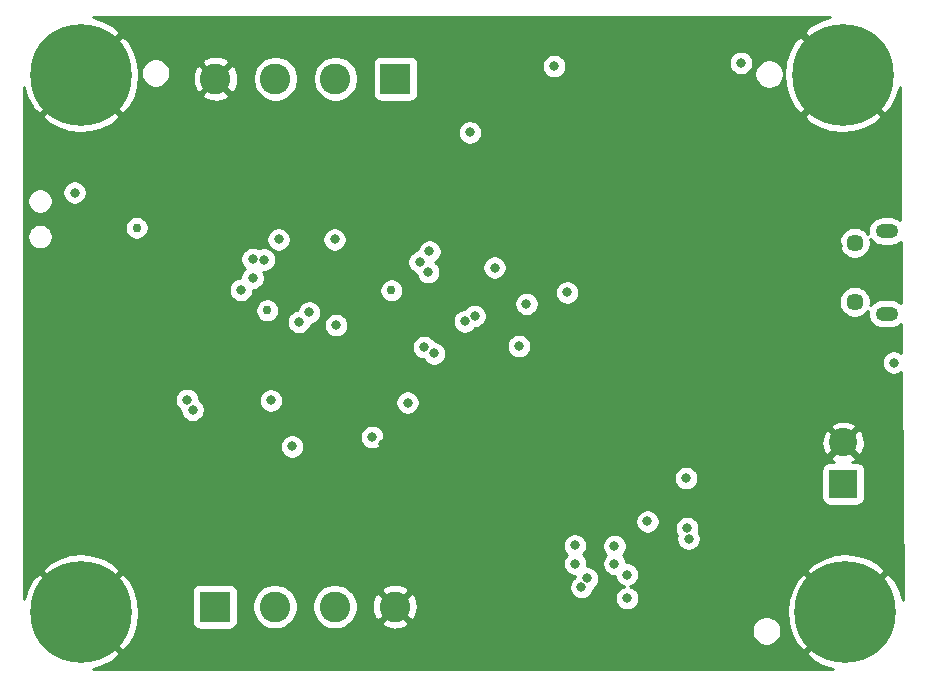
<source format=gbr>
%TF.GenerationSoftware,KiCad,Pcbnew,(5.1.7)-1*%
%TF.CreationDate,2021-01-30T20:15:53-05:00*%
%TF.ProjectId,STM32F4_Eval,53544d33-3246-4345-9f45-76616c2e6b69,rev?*%
%TF.SameCoordinates,Original*%
%TF.FileFunction,Copper,L2,Inr*%
%TF.FilePolarity,Positive*%
%FSLAX46Y46*%
G04 Gerber Fmt 4.6, Leading zero omitted, Abs format (unit mm)*
G04 Created by KiCad (PCBNEW (5.1.7)-1) date 2021-01-30 20:15:53*
%MOMM*%
%LPD*%
G01*
G04 APERTURE LIST*
%TA.AperFunction,ComponentPad*%
%ADD10C,1.450000*%
%TD*%
%TA.AperFunction,ComponentPad*%
%ADD11O,1.900000X1.200000*%
%TD*%
%TA.AperFunction,ComponentPad*%
%ADD12C,8.600000*%
%TD*%
%TA.AperFunction,ComponentPad*%
%ADD13C,0.900000*%
%TD*%
%TA.AperFunction,ComponentPad*%
%ADD14C,2.400000*%
%TD*%
%TA.AperFunction,ComponentPad*%
%ADD15R,2.400000X2.400000*%
%TD*%
%TA.AperFunction,ComponentPad*%
%ADD16R,2.600000X2.600000*%
%TD*%
%TA.AperFunction,ComponentPad*%
%ADD17C,2.600000*%
%TD*%
%TA.AperFunction,ViaPad*%
%ADD18C,0.800000*%
%TD*%
%TA.AperFunction,ViaPad*%
%ADD19C,0.750000*%
%TD*%
%TA.AperFunction,Conductor*%
%ADD20C,0.254000*%
%TD*%
%TA.AperFunction,Conductor*%
%ADD21C,0.100000*%
%TD*%
G04 APERTURE END LIST*
D10*
%TO.N,Net-(J2-Pad6)*%
%TO.C,J2*%
X171787500Y-95000000D03*
X171787500Y-90000000D03*
D11*
X174487500Y-96000000D03*
X174487500Y-89000000D03*
%TD*%
D12*
%TO.N,GND*%
%TO.C,H2*%
X106250000Y-121250000D03*
D13*
X109475000Y-121250000D03*
X108530419Y-123530419D03*
X106250000Y-124475000D03*
X103969581Y-123530419D03*
X103025000Y-121250000D03*
X103969581Y-118969581D03*
X106250000Y-118025000D03*
X108530419Y-118969581D03*
%TD*%
D14*
%TO.N,GND*%
%TO.C,J1*%
X170800000Y-106900000D03*
D15*
%TO.N,+12V*%
X170800000Y-110400000D03*
%TD*%
D13*
%TO.N,GND*%
%TO.C,H3*%
X173280419Y-118969581D03*
X171000000Y-118025000D03*
X168719581Y-118969581D03*
X167775000Y-121250000D03*
X168719581Y-123530419D03*
X171000000Y-124475000D03*
X173280419Y-123530419D03*
X174225000Y-121250000D03*
D12*
X171000000Y-121250000D03*
%TD*%
D13*
%TO.N,GND*%
%TO.C,H1*%
X108530419Y-73469581D03*
X106250000Y-72525000D03*
X103969581Y-73469581D03*
X103025000Y-75750000D03*
X103969581Y-78030419D03*
X106250000Y-78975000D03*
X108530419Y-78030419D03*
X109475000Y-75750000D03*
D12*
X106250000Y-75750000D03*
%TD*%
%TO.N,GND*%
%TO.C,H4*%
X170750000Y-75750000D03*
D13*
X173975000Y-75750000D03*
X173030419Y-78030419D03*
X170750000Y-78975000D03*
X168469581Y-78030419D03*
X167525000Y-75750000D03*
X168469581Y-73469581D03*
X170750000Y-72525000D03*
X173030419Y-73469581D03*
%TD*%
D16*
%TO.N,+3V3*%
%TO.C,J4*%
X132900000Y-76100000D03*
D17*
%TO.N,IMU_I2C_SCL*%
X127820000Y-76100000D03*
%TO.N,IMU_I2C_SDA*%
X122740000Y-76100000D03*
%TO.N,GND*%
X117660000Y-76100000D03*
%TD*%
%TO.N,GND*%
%TO.C,J5*%
X132840000Y-120800000D03*
%TO.N,UART3_RX*%
X127760000Y-120800000D03*
%TO.N,UART3_TX*%
X122680000Y-120800000D03*
D16*
%TO.N,+3V3*%
X117600000Y-120800000D03*
%TD*%
D18*
%TO.N,+3V3*%
X175090000Y-100130000D03*
X105740000Y-85740000D03*
X133920000Y-103530000D03*
X123010000Y-89700000D03*
X127750000Y-89710000D03*
X120800000Y-91370000D03*
X120810000Y-92970000D03*
X124140000Y-107230000D03*
X130930000Y-106440000D03*
X143990000Y-95160000D03*
X139590000Y-96190000D03*
X115250000Y-103300000D03*
X115730000Y-104130000D03*
X151430000Y-115660000D03*
X151430000Y-117180000D03*
X148100000Y-117150000D03*
X148090000Y-115620000D03*
X149120000Y-118410000D03*
X152510000Y-120090000D03*
X152500000Y-118080000D03*
X148640000Y-119160000D03*
X157590000Y-114160000D03*
X157710000Y-115050000D03*
X121770000Y-91410000D03*
D19*
X132550000Y-94020000D03*
D18*
X119800000Y-93990000D03*
X146340000Y-75040000D03*
%TO.N,GND*%
X155450000Y-73650000D03*
X175090000Y-101740000D03*
X133790000Y-94830000D03*
X136100000Y-95770000D03*
X105740000Y-90230000D03*
X118700000Y-95520000D03*
X131840000Y-106990000D03*
X132580000Y-105720000D03*
X131870000Y-108420000D03*
X118060000Y-91460000D03*
X123610000Y-92120000D03*
X118080000Y-92910000D03*
X121800000Y-107210000D03*
X138880000Y-93480000D03*
X138810000Y-94320000D03*
X141940000Y-96200000D03*
X140680000Y-106870000D03*
X118550000Y-100220000D03*
X139210000Y-109210000D03*
X170600000Y-91120000D03*
X170350000Y-90230000D03*
X169670000Y-91140000D03*
X169440000Y-90240000D03*
X150200000Y-122510000D03*
X149290000Y-122500000D03*
X152480000Y-123040000D03*
X153840000Y-122330000D03*
X161940000Y-110120000D03*
X161940000Y-111550000D03*
X166610000Y-107260000D03*
X141260000Y-75040000D03*
X167080000Y-90640000D03*
X113710000Y-101130000D03*
X116860000Y-96510000D03*
X112590000Y-98970000D03*
X116220000Y-94390000D03*
D19*
X116410000Y-100790000D03*
X142800000Y-96700000D03*
D18*
X143770000Y-75060000D03*
X145060000Y-75060000D03*
X161400000Y-114250000D03*
X161370000Y-115120000D03*
X154190000Y-109840000D03*
%TO.N,LED_STATUS*%
X162150000Y-74760000D03*
X122340000Y-103340000D03*
%TO.N,NRST*%
X127875000Y-96975000D03*
X135675000Y-92475000D03*
X139190000Y-80640000D03*
D19*
%TO.N,BOOT0*%
X122030000Y-95710000D03*
X111000000Y-88730000D03*
D18*
%TO.N,BUCK_EN*%
X157500000Y-109920000D03*
X154220000Y-113580000D03*
%TO.N,IMU_INT2*%
X143350000Y-98740000D03*
X147430000Y-94190000D03*
%TO.N,IMU_INT1*%
X136163663Y-99366876D03*
X138770000Y-96640000D03*
%TO.N,IMU_CS*%
X135320000Y-98830000D03*
X141290000Y-92090000D03*
%TO.N,IMU_I2C_SCL*%
X125600000Y-95890000D03*
X135770000Y-90730000D03*
%TO.N,IMU_I2C_SDA*%
X124730000Y-96700000D03*
X134950000Y-91620000D03*
%TD*%
D20*
%TO.N,GND*%
X168915062Y-71143107D02*
X168051560Y-71589606D01*
X167938946Y-71664851D01*
X167446787Y-72267182D01*
X170750000Y-75570395D01*
X170764143Y-75556253D01*
X170943748Y-75735858D01*
X170929605Y-75750000D01*
X174232818Y-79053213D01*
X174835149Y-78561054D01*
X175305063Y-77710067D01*
X175595742Y-76796909D01*
X175657713Y-88075482D01*
X175526949Y-87968167D01*
X175312401Y-87853489D01*
X175079602Y-87782870D01*
X174898165Y-87765000D01*
X174076835Y-87765000D01*
X173895398Y-87782870D01*
X173662599Y-87853489D01*
X173448051Y-87968167D01*
X173259998Y-88122498D01*
X173105667Y-88310551D01*
X172990989Y-88525099D01*
X172920370Y-88757898D01*
X172896525Y-89000000D01*
X172920370Y-89242102D01*
X172923383Y-89252035D01*
X172843881Y-89133051D01*
X172654449Y-88943619D01*
X172431701Y-88794784D01*
X172184197Y-88692264D01*
X171921448Y-88640000D01*
X171653552Y-88640000D01*
X171390803Y-88692264D01*
X171143299Y-88794784D01*
X170920551Y-88943619D01*
X170731119Y-89133051D01*
X170582284Y-89355799D01*
X170479764Y-89603303D01*
X170427500Y-89866052D01*
X170427500Y-90133948D01*
X170479764Y-90396697D01*
X170582284Y-90644201D01*
X170731119Y-90866949D01*
X170920551Y-91056381D01*
X171143299Y-91205216D01*
X171390803Y-91307736D01*
X171653552Y-91360000D01*
X171921448Y-91360000D01*
X172184197Y-91307736D01*
X172431701Y-91205216D01*
X172654449Y-91056381D01*
X172843881Y-90866949D01*
X172992716Y-90644201D01*
X173095236Y-90396697D01*
X173147500Y-90133948D01*
X173147500Y-89866052D01*
X173114516Y-89700232D01*
X173259998Y-89877502D01*
X173448051Y-90031833D01*
X173662599Y-90146511D01*
X173895398Y-90217130D01*
X174076835Y-90235000D01*
X174898165Y-90235000D01*
X175079602Y-90217130D01*
X175312401Y-90146511D01*
X175526949Y-90031833D01*
X175667827Y-89916218D01*
X175696349Y-95107190D01*
X175526949Y-94968167D01*
X175312401Y-94853489D01*
X175079602Y-94782870D01*
X174898165Y-94765000D01*
X174076835Y-94765000D01*
X173895398Y-94782870D01*
X173662599Y-94853489D01*
X173448051Y-94968167D01*
X173259998Y-95122498D01*
X173114516Y-95299768D01*
X173147500Y-95133948D01*
X173147500Y-94866052D01*
X173095236Y-94603303D01*
X172992716Y-94355799D01*
X172843881Y-94133051D01*
X172654449Y-93943619D01*
X172431701Y-93794784D01*
X172184197Y-93692264D01*
X171921448Y-93640000D01*
X171653552Y-93640000D01*
X171390803Y-93692264D01*
X171143299Y-93794784D01*
X170920551Y-93943619D01*
X170731119Y-94133051D01*
X170582284Y-94355799D01*
X170479764Y-94603303D01*
X170427500Y-94866052D01*
X170427500Y-95133948D01*
X170479764Y-95396697D01*
X170582284Y-95644201D01*
X170731119Y-95866949D01*
X170920551Y-96056381D01*
X171143299Y-96205216D01*
X171390803Y-96307736D01*
X171653552Y-96360000D01*
X171921448Y-96360000D01*
X172184197Y-96307736D01*
X172431701Y-96205216D01*
X172654449Y-96056381D01*
X172843881Y-95866949D01*
X172923383Y-95747965D01*
X172920370Y-95757898D01*
X172896525Y-96000000D01*
X172920370Y-96242102D01*
X172990989Y-96474901D01*
X173105667Y-96689449D01*
X173259998Y-96877502D01*
X173448051Y-97031833D01*
X173662599Y-97146511D01*
X173895398Y-97217130D01*
X174076835Y-97235000D01*
X174898165Y-97235000D01*
X175079602Y-97217130D01*
X175312401Y-97146511D01*
X175526949Y-97031833D01*
X175706116Y-96884795D01*
X175719418Y-99305780D01*
X175580256Y-99212795D01*
X175391898Y-99134774D01*
X175191939Y-99095000D01*
X174988061Y-99095000D01*
X174788102Y-99134774D01*
X174599744Y-99212795D01*
X174430226Y-99326063D01*
X174286063Y-99470226D01*
X174172795Y-99639744D01*
X174094774Y-99828102D01*
X174055000Y-100028061D01*
X174055000Y-100231939D01*
X174094774Y-100431898D01*
X174172795Y-100620256D01*
X174286063Y-100789774D01*
X174430226Y-100933937D01*
X174599744Y-101047205D01*
X174788102Y-101125226D01*
X174988061Y-101165000D01*
X175191939Y-101165000D01*
X175391898Y-101125226D01*
X175580256Y-101047205D01*
X175728442Y-100948190D01*
X175834239Y-120203106D01*
X175606893Y-119415062D01*
X175160394Y-118551560D01*
X175085149Y-118438946D01*
X174482818Y-117946787D01*
X171179605Y-121250000D01*
X171193748Y-121264143D01*
X171014143Y-121443748D01*
X171000000Y-121429605D01*
X167696787Y-124732818D01*
X168188946Y-125335149D01*
X169039933Y-125805063D01*
X169935051Y-126090000D01*
X107276924Y-126090000D01*
X108084938Y-125856893D01*
X108948440Y-125410394D01*
X109061054Y-125335149D01*
X109553213Y-124732818D01*
X106250000Y-121429605D01*
X106235858Y-121443748D01*
X106056253Y-121264143D01*
X106070395Y-121250000D01*
X106429605Y-121250000D01*
X109732818Y-124553213D01*
X110335149Y-124061054D01*
X110805063Y-123210067D01*
X111099929Y-122283757D01*
X111208414Y-121317719D01*
X111126351Y-120349079D01*
X110881398Y-119500000D01*
X115661928Y-119500000D01*
X115661928Y-122100000D01*
X115674188Y-122224482D01*
X115710498Y-122344180D01*
X115769463Y-122454494D01*
X115848815Y-122551185D01*
X115945506Y-122630537D01*
X116055820Y-122689502D01*
X116175518Y-122725812D01*
X116300000Y-122738072D01*
X118900000Y-122738072D01*
X119024482Y-122725812D01*
X119144180Y-122689502D01*
X119254494Y-122630537D01*
X119351185Y-122551185D01*
X119430537Y-122454494D01*
X119489502Y-122344180D01*
X119525812Y-122224482D01*
X119538072Y-122100000D01*
X119538072Y-120609419D01*
X120745000Y-120609419D01*
X120745000Y-120990581D01*
X120819361Y-121364419D01*
X120965225Y-121716566D01*
X121176987Y-122033491D01*
X121446509Y-122303013D01*
X121763434Y-122514775D01*
X122115581Y-122660639D01*
X122489419Y-122735000D01*
X122870581Y-122735000D01*
X123244419Y-122660639D01*
X123596566Y-122514775D01*
X123913491Y-122303013D01*
X124183013Y-122033491D01*
X124394775Y-121716566D01*
X124540639Y-121364419D01*
X124615000Y-120990581D01*
X124615000Y-120609419D01*
X125825000Y-120609419D01*
X125825000Y-120990581D01*
X125899361Y-121364419D01*
X126045225Y-121716566D01*
X126256987Y-122033491D01*
X126526509Y-122303013D01*
X126843434Y-122514775D01*
X127195581Y-122660639D01*
X127569419Y-122735000D01*
X127950581Y-122735000D01*
X128324419Y-122660639D01*
X128676566Y-122514775D01*
X128993491Y-122303013D01*
X129147280Y-122149224D01*
X131670381Y-122149224D01*
X131802317Y-122444312D01*
X132143045Y-122615159D01*
X132510557Y-122716250D01*
X132890729Y-122743701D01*
X132993290Y-122730890D01*
X163060048Y-122730890D01*
X163060048Y-122977110D01*
X163108083Y-123218598D01*
X163202307Y-123446074D01*
X163339099Y-123650798D01*
X163513202Y-123824901D01*
X163717926Y-123961693D01*
X163945402Y-124055917D01*
X164186890Y-124103952D01*
X164433110Y-124103952D01*
X164674598Y-124055917D01*
X164902074Y-123961693D01*
X165106798Y-123824901D01*
X165280901Y-123650798D01*
X165417693Y-123446074D01*
X165511917Y-123218598D01*
X165559952Y-122977110D01*
X165559952Y-122730890D01*
X165511917Y-122489402D01*
X165417693Y-122261926D01*
X165280901Y-122057202D01*
X165106798Y-121883099D01*
X164902074Y-121746307D01*
X164674598Y-121652083D01*
X164433110Y-121604048D01*
X164186890Y-121604048D01*
X163945402Y-121652083D01*
X163717926Y-121746307D01*
X163513202Y-121883099D01*
X163339099Y-122057202D01*
X163202307Y-122261926D01*
X163108083Y-122489402D01*
X163060048Y-122730890D01*
X132993290Y-122730890D01*
X133268951Y-122696457D01*
X133630690Y-122576333D01*
X133877683Y-122444312D01*
X134009619Y-122149224D01*
X132840000Y-120979605D01*
X131670381Y-122149224D01*
X129147280Y-122149224D01*
X129263013Y-122033491D01*
X129474775Y-121716566D01*
X129620639Y-121364419D01*
X129695000Y-120990581D01*
X129695000Y-120850729D01*
X130896299Y-120850729D01*
X130943543Y-121228951D01*
X131063667Y-121590690D01*
X131195688Y-121837683D01*
X131490776Y-121969619D01*
X132660395Y-120800000D01*
X133019605Y-120800000D01*
X134189224Y-121969619D01*
X134484312Y-121837683D01*
X134655159Y-121496955D01*
X134741715Y-121182281D01*
X166041586Y-121182281D01*
X166123649Y-122150921D01*
X166393107Y-123084938D01*
X166839606Y-123948440D01*
X166914851Y-124061054D01*
X167517182Y-124553213D01*
X170820395Y-121250000D01*
X167517182Y-117946787D01*
X166914851Y-118438946D01*
X166444937Y-119289933D01*
X166150071Y-120216243D01*
X166041586Y-121182281D01*
X134741715Y-121182281D01*
X134756250Y-121129443D01*
X134783701Y-120749271D01*
X134736457Y-120371049D01*
X134616333Y-120009310D01*
X134484312Y-119762317D01*
X134189224Y-119630381D01*
X133019605Y-120800000D01*
X132660395Y-120800000D01*
X131490776Y-119630381D01*
X131195688Y-119762317D01*
X131024841Y-120103045D01*
X130923750Y-120470557D01*
X130896299Y-120850729D01*
X129695000Y-120850729D01*
X129695000Y-120609419D01*
X129620639Y-120235581D01*
X129474775Y-119883434D01*
X129263013Y-119566509D01*
X129147280Y-119450776D01*
X131670381Y-119450776D01*
X132840000Y-120620395D01*
X134009619Y-119450776D01*
X133877683Y-119155688D01*
X133536955Y-118984841D01*
X133169443Y-118883750D01*
X132789271Y-118856299D01*
X132411049Y-118903543D01*
X132049310Y-119023667D01*
X131802317Y-119155688D01*
X131670381Y-119450776D01*
X129147280Y-119450776D01*
X128993491Y-119296987D01*
X128676566Y-119085225D01*
X128324419Y-118939361D01*
X127950581Y-118865000D01*
X127569419Y-118865000D01*
X127195581Y-118939361D01*
X126843434Y-119085225D01*
X126526509Y-119296987D01*
X126256987Y-119566509D01*
X126045225Y-119883434D01*
X125899361Y-120235581D01*
X125825000Y-120609419D01*
X124615000Y-120609419D01*
X124540639Y-120235581D01*
X124394775Y-119883434D01*
X124183013Y-119566509D01*
X123913491Y-119296987D01*
X123596566Y-119085225D01*
X123244419Y-118939361D01*
X122870581Y-118865000D01*
X122489419Y-118865000D01*
X122115581Y-118939361D01*
X121763434Y-119085225D01*
X121446509Y-119296987D01*
X121176987Y-119566509D01*
X120965225Y-119883434D01*
X120819361Y-120235581D01*
X120745000Y-120609419D01*
X119538072Y-120609419D01*
X119538072Y-119500000D01*
X119525812Y-119375518D01*
X119489502Y-119255820D01*
X119430537Y-119145506D01*
X119351185Y-119048815D01*
X119254494Y-118969463D01*
X119144180Y-118910498D01*
X119024482Y-118874188D01*
X118900000Y-118861928D01*
X116300000Y-118861928D01*
X116175518Y-118874188D01*
X116055820Y-118910498D01*
X115945506Y-118969463D01*
X115848815Y-119048815D01*
X115769463Y-119145506D01*
X115710498Y-119255820D01*
X115674188Y-119375518D01*
X115661928Y-119500000D01*
X110881398Y-119500000D01*
X110856893Y-119415062D01*
X110410394Y-118551560D01*
X110335149Y-118438946D01*
X109732818Y-117946787D01*
X106429605Y-121250000D01*
X106070395Y-121250000D01*
X102767182Y-117946787D01*
X102164851Y-118438946D01*
X101694937Y-119289933D01*
X101410000Y-120185051D01*
X101410000Y-117767182D01*
X102946787Y-117767182D01*
X106250000Y-121070395D01*
X109553213Y-117767182D01*
X109061054Y-117164851D01*
X108210067Y-116694937D01*
X107283757Y-116400071D01*
X106317719Y-116291586D01*
X105349079Y-116373649D01*
X104415062Y-116643107D01*
X103551560Y-117089606D01*
X103438946Y-117164851D01*
X102946787Y-117767182D01*
X101410000Y-117767182D01*
X101410000Y-115518061D01*
X147055000Y-115518061D01*
X147055000Y-115721939D01*
X147094774Y-115921898D01*
X147172795Y-116110256D01*
X147286063Y-116279774D01*
X147396289Y-116390000D01*
X147296063Y-116490226D01*
X147182795Y-116659744D01*
X147104774Y-116848102D01*
X147065000Y-117048061D01*
X147065000Y-117251939D01*
X147104774Y-117451898D01*
X147182795Y-117640256D01*
X147296063Y-117809774D01*
X147440226Y-117953937D01*
X147609744Y-118067205D01*
X147798102Y-118145226D01*
X147998061Y-118185000D01*
X148109478Y-118185000D01*
X148090048Y-118282682D01*
X147980226Y-118356063D01*
X147836063Y-118500226D01*
X147722795Y-118669744D01*
X147644774Y-118858102D01*
X147605000Y-119058061D01*
X147605000Y-119261939D01*
X147644774Y-119461898D01*
X147722795Y-119650256D01*
X147836063Y-119819774D01*
X147980226Y-119963937D01*
X148149744Y-120077205D01*
X148338102Y-120155226D01*
X148538061Y-120195000D01*
X148741939Y-120195000D01*
X148941898Y-120155226D01*
X149130256Y-120077205D01*
X149299774Y-119963937D01*
X149443937Y-119819774D01*
X149557205Y-119650256D01*
X149635226Y-119461898D01*
X149669952Y-119287318D01*
X149779774Y-119213937D01*
X149923937Y-119069774D01*
X150037205Y-118900256D01*
X150115226Y-118711898D01*
X150155000Y-118511939D01*
X150155000Y-118308061D01*
X150115226Y-118108102D01*
X150037205Y-117919744D01*
X149923937Y-117750226D01*
X149779774Y-117606063D01*
X149610256Y-117492795D01*
X149421898Y-117414774D01*
X149221939Y-117375000D01*
X149110522Y-117375000D01*
X149135000Y-117251939D01*
X149135000Y-117048061D01*
X149095226Y-116848102D01*
X149017205Y-116659744D01*
X148903937Y-116490226D01*
X148793711Y-116380000D01*
X148893937Y-116279774D01*
X149007205Y-116110256D01*
X149085226Y-115921898D01*
X149125000Y-115721939D01*
X149125000Y-115558061D01*
X150395000Y-115558061D01*
X150395000Y-115761939D01*
X150434774Y-115961898D01*
X150512795Y-116150256D01*
X150626063Y-116319774D01*
X150726289Y-116420000D01*
X150626063Y-116520226D01*
X150512795Y-116689744D01*
X150434774Y-116878102D01*
X150395000Y-117078061D01*
X150395000Y-117281939D01*
X150434774Y-117481898D01*
X150512795Y-117670256D01*
X150626063Y-117839774D01*
X150770226Y-117983937D01*
X150939744Y-118097205D01*
X151128102Y-118175226D01*
X151328061Y-118215000D01*
X151471576Y-118215000D01*
X151504774Y-118381898D01*
X151582795Y-118570256D01*
X151696063Y-118739774D01*
X151840226Y-118883937D01*
X152009744Y-118997205D01*
X152198102Y-119075226D01*
X152252240Y-119085995D01*
X152208102Y-119094774D01*
X152019744Y-119172795D01*
X151850226Y-119286063D01*
X151706063Y-119430226D01*
X151592795Y-119599744D01*
X151514774Y-119788102D01*
X151475000Y-119988061D01*
X151475000Y-120191939D01*
X151514774Y-120391898D01*
X151592795Y-120580256D01*
X151706063Y-120749774D01*
X151850226Y-120893937D01*
X152019744Y-121007205D01*
X152208102Y-121085226D01*
X152408061Y-121125000D01*
X152611939Y-121125000D01*
X152811898Y-121085226D01*
X153000256Y-121007205D01*
X153169774Y-120893937D01*
X153313937Y-120749774D01*
X153427205Y-120580256D01*
X153505226Y-120391898D01*
X153545000Y-120191939D01*
X153545000Y-119988061D01*
X153505226Y-119788102D01*
X153427205Y-119599744D01*
X153313937Y-119430226D01*
X153169774Y-119286063D01*
X153000256Y-119172795D01*
X152811898Y-119094774D01*
X152757760Y-119084005D01*
X152801898Y-119075226D01*
X152990256Y-118997205D01*
X153159774Y-118883937D01*
X153303937Y-118739774D01*
X153417205Y-118570256D01*
X153495226Y-118381898D01*
X153535000Y-118181939D01*
X153535000Y-117978061D01*
X153495226Y-117778102D01*
X153490703Y-117767182D01*
X167696787Y-117767182D01*
X171000000Y-121070395D01*
X174303213Y-117767182D01*
X173811054Y-117164851D01*
X172960067Y-116694937D01*
X172033757Y-116400071D01*
X171067719Y-116291586D01*
X170099079Y-116373649D01*
X169165062Y-116643107D01*
X168301560Y-117089606D01*
X168188946Y-117164851D01*
X167696787Y-117767182D01*
X153490703Y-117767182D01*
X153417205Y-117589744D01*
X153303937Y-117420226D01*
X153159774Y-117276063D01*
X152990256Y-117162795D01*
X152801898Y-117084774D01*
X152601939Y-117045000D01*
X152458424Y-117045000D01*
X152425226Y-116878102D01*
X152347205Y-116689744D01*
X152233937Y-116520226D01*
X152133711Y-116420000D01*
X152233937Y-116319774D01*
X152347205Y-116150256D01*
X152425226Y-115961898D01*
X152465000Y-115761939D01*
X152465000Y-115558061D01*
X152425226Y-115358102D01*
X152347205Y-115169744D01*
X152233937Y-115000226D01*
X152089774Y-114856063D01*
X151920256Y-114742795D01*
X151731898Y-114664774D01*
X151531939Y-114625000D01*
X151328061Y-114625000D01*
X151128102Y-114664774D01*
X150939744Y-114742795D01*
X150770226Y-114856063D01*
X150626063Y-115000226D01*
X150512795Y-115169744D01*
X150434774Y-115358102D01*
X150395000Y-115558061D01*
X149125000Y-115558061D01*
X149125000Y-115518061D01*
X149085226Y-115318102D01*
X149007205Y-115129744D01*
X148893937Y-114960226D01*
X148749774Y-114816063D01*
X148580256Y-114702795D01*
X148391898Y-114624774D01*
X148191939Y-114585000D01*
X147988061Y-114585000D01*
X147788102Y-114624774D01*
X147599744Y-114702795D01*
X147430226Y-114816063D01*
X147286063Y-114960226D01*
X147172795Y-115129744D01*
X147094774Y-115318102D01*
X147055000Y-115518061D01*
X101410000Y-115518061D01*
X101410000Y-113478061D01*
X153185000Y-113478061D01*
X153185000Y-113681939D01*
X153224774Y-113881898D01*
X153302795Y-114070256D01*
X153416063Y-114239774D01*
X153560226Y-114383937D01*
X153729744Y-114497205D01*
X153918102Y-114575226D01*
X154118061Y-114615000D01*
X154321939Y-114615000D01*
X154521898Y-114575226D01*
X154710256Y-114497205D01*
X154879774Y-114383937D01*
X155023937Y-114239774D01*
X155137205Y-114070256D01*
X155142256Y-114058061D01*
X156555000Y-114058061D01*
X156555000Y-114261939D01*
X156594774Y-114461898D01*
X156672795Y-114650256D01*
X156723729Y-114726484D01*
X156714774Y-114748102D01*
X156675000Y-114948061D01*
X156675000Y-115151939D01*
X156714774Y-115351898D01*
X156792795Y-115540256D01*
X156906063Y-115709774D01*
X157050226Y-115853937D01*
X157219744Y-115967205D01*
X157408102Y-116045226D01*
X157608061Y-116085000D01*
X157811939Y-116085000D01*
X158011898Y-116045226D01*
X158200256Y-115967205D01*
X158369774Y-115853937D01*
X158513937Y-115709774D01*
X158627205Y-115540256D01*
X158705226Y-115351898D01*
X158745000Y-115151939D01*
X158745000Y-114948061D01*
X158705226Y-114748102D01*
X158627205Y-114559744D01*
X158576271Y-114483516D01*
X158585226Y-114461898D01*
X158625000Y-114261939D01*
X158625000Y-114058061D01*
X158585226Y-113858102D01*
X158507205Y-113669744D01*
X158393937Y-113500226D01*
X158249774Y-113356063D01*
X158080256Y-113242795D01*
X157891898Y-113164774D01*
X157691939Y-113125000D01*
X157488061Y-113125000D01*
X157288102Y-113164774D01*
X157099744Y-113242795D01*
X156930226Y-113356063D01*
X156786063Y-113500226D01*
X156672795Y-113669744D01*
X156594774Y-113858102D01*
X156555000Y-114058061D01*
X155142256Y-114058061D01*
X155215226Y-113881898D01*
X155255000Y-113681939D01*
X155255000Y-113478061D01*
X155215226Y-113278102D01*
X155137205Y-113089744D01*
X155023937Y-112920226D01*
X154879774Y-112776063D01*
X154710256Y-112662795D01*
X154521898Y-112584774D01*
X154321939Y-112545000D01*
X154118061Y-112545000D01*
X153918102Y-112584774D01*
X153729744Y-112662795D01*
X153560226Y-112776063D01*
X153416063Y-112920226D01*
X153302795Y-113089744D01*
X153224774Y-113278102D01*
X153185000Y-113478061D01*
X101410000Y-113478061D01*
X101410000Y-109818061D01*
X156465000Y-109818061D01*
X156465000Y-110021939D01*
X156504774Y-110221898D01*
X156582795Y-110410256D01*
X156696063Y-110579774D01*
X156840226Y-110723937D01*
X157009744Y-110837205D01*
X157198102Y-110915226D01*
X157398061Y-110955000D01*
X157601939Y-110955000D01*
X157801898Y-110915226D01*
X157990256Y-110837205D01*
X158159774Y-110723937D01*
X158303937Y-110579774D01*
X158417205Y-110410256D01*
X158495226Y-110221898D01*
X158535000Y-110021939D01*
X158535000Y-109818061D01*
X158495226Y-109618102D01*
X158417205Y-109429744D01*
X158303937Y-109260226D01*
X158243711Y-109200000D01*
X168961928Y-109200000D01*
X168961928Y-111600000D01*
X168974188Y-111724482D01*
X169010498Y-111844180D01*
X169069463Y-111954494D01*
X169148815Y-112051185D01*
X169245506Y-112130537D01*
X169355820Y-112189502D01*
X169475518Y-112225812D01*
X169600000Y-112238072D01*
X172000000Y-112238072D01*
X172124482Y-112225812D01*
X172244180Y-112189502D01*
X172354494Y-112130537D01*
X172451185Y-112051185D01*
X172530537Y-111954494D01*
X172589502Y-111844180D01*
X172625812Y-111724482D01*
X172638072Y-111600000D01*
X172638072Y-109200000D01*
X172625812Y-109075518D01*
X172589502Y-108955820D01*
X172530537Y-108845506D01*
X172451185Y-108748815D01*
X172354494Y-108669463D01*
X172244180Y-108610498D01*
X172124482Y-108574188D01*
X172000000Y-108561928D01*
X171593097Y-108561928D01*
X171778486Y-108462836D01*
X171898374Y-108177980D01*
X170800000Y-107079605D01*
X169701626Y-108177980D01*
X169821514Y-108462836D01*
X170020912Y-108561928D01*
X169600000Y-108561928D01*
X169475518Y-108574188D01*
X169355820Y-108610498D01*
X169245506Y-108669463D01*
X169148815Y-108748815D01*
X169069463Y-108845506D01*
X169010498Y-108955820D01*
X168974188Y-109075518D01*
X168961928Y-109200000D01*
X158243711Y-109200000D01*
X158159774Y-109116063D01*
X157990256Y-109002795D01*
X157801898Y-108924774D01*
X157601939Y-108885000D01*
X157398061Y-108885000D01*
X157198102Y-108924774D01*
X157009744Y-109002795D01*
X156840226Y-109116063D01*
X156696063Y-109260226D01*
X156582795Y-109429744D01*
X156504774Y-109618102D01*
X156465000Y-109818061D01*
X101410000Y-109818061D01*
X101410000Y-107128061D01*
X123105000Y-107128061D01*
X123105000Y-107331939D01*
X123144774Y-107531898D01*
X123222795Y-107720256D01*
X123336063Y-107889774D01*
X123480226Y-108033937D01*
X123649744Y-108147205D01*
X123838102Y-108225226D01*
X124038061Y-108265000D01*
X124241939Y-108265000D01*
X124441898Y-108225226D01*
X124630256Y-108147205D01*
X124799774Y-108033937D01*
X124943937Y-107889774D01*
X125057205Y-107720256D01*
X125135226Y-107531898D01*
X125175000Y-107331939D01*
X125175000Y-107128061D01*
X125135226Y-106928102D01*
X125057205Y-106739744D01*
X124943937Y-106570226D01*
X124799774Y-106426063D01*
X124668070Y-106338061D01*
X129895000Y-106338061D01*
X129895000Y-106541939D01*
X129934774Y-106741898D01*
X130012795Y-106930256D01*
X130126063Y-107099774D01*
X130270226Y-107243937D01*
X130439744Y-107357205D01*
X130628102Y-107435226D01*
X130828061Y-107475000D01*
X131031939Y-107475000D01*
X131231898Y-107435226D01*
X131420256Y-107357205D01*
X131589774Y-107243937D01*
X131733937Y-107099774D01*
X131830882Y-106954684D01*
X168956933Y-106954684D01*
X169003015Y-107313198D01*
X169118154Y-107655833D01*
X169237164Y-107878486D01*
X169522020Y-107998374D01*
X170620395Y-106900000D01*
X170979605Y-106900000D01*
X172077980Y-107998374D01*
X172362836Y-107878486D01*
X172523699Y-107554790D01*
X172618322Y-107205931D01*
X172643067Y-106845316D01*
X172596985Y-106486802D01*
X172481846Y-106144167D01*
X172362836Y-105921514D01*
X172077980Y-105801626D01*
X170979605Y-106900000D01*
X170620395Y-106900000D01*
X169522020Y-105801626D01*
X169237164Y-105921514D01*
X169076301Y-106245210D01*
X168981678Y-106594069D01*
X168956933Y-106954684D01*
X131830882Y-106954684D01*
X131847205Y-106930256D01*
X131925226Y-106741898D01*
X131965000Y-106541939D01*
X131965000Y-106338061D01*
X131925226Y-106138102D01*
X131847205Y-105949744D01*
X131733937Y-105780226D01*
X131589774Y-105636063D01*
X131568758Y-105622020D01*
X169701626Y-105622020D01*
X170800000Y-106720395D01*
X171898374Y-105622020D01*
X171778486Y-105337164D01*
X171454790Y-105176301D01*
X171105931Y-105081678D01*
X170745316Y-105056933D01*
X170386802Y-105103015D01*
X170044167Y-105218154D01*
X169821514Y-105337164D01*
X169701626Y-105622020D01*
X131568758Y-105622020D01*
X131420256Y-105522795D01*
X131231898Y-105444774D01*
X131031939Y-105405000D01*
X130828061Y-105405000D01*
X130628102Y-105444774D01*
X130439744Y-105522795D01*
X130270226Y-105636063D01*
X130126063Y-105780226D01*
X130012795Y-105949744D01*
X129934774Y-106138102D01*
X129895000Y-106338061D01*
X124668070Y-106338061D01*
X124630256Y-106312795D01*
X124441898Y-106234774D01*
X124241939Y-106195000D01*
X124038061Y-106195000D01*
X123838102Y-106234774D01*
X123649744Y-106312795D01*
X123480226Y-106426063D01*
X123336063Y-106570226D01*
X123222795Y-106739744D01*
X123144774Y-106928102D01*
X123105000Y-107128061D01*
X101410000Y-107128061D01*
X101410000Y-103198061D01*
X114215000Y-103198061D01*
X114215000Y-103401939D01*
X114254774Y-103601898D01*
X114332795Y-103790256D01*
X114446063Y-103959774D01*
X114590226Y-104103937D01*
X114695000Y-104173945D01*
X114695000Y-104231939D01*
X114734774Y-104431898D01*
X114812795Y-104620256D01*
X114926063Y-104789774D01*
X115070226Y-104933937D01*
X115239744Y-105047205D01*
X115428102Y-105125226D01*
X115628061Y-105165000D01*
X115831939Y-105165000D01*
X116031898Y-105125226D01*
X116220256Y-105047205D01*
X116389774Y-104933937D01*
X116533937Y-104789774D01*
X116647205Y-104620256D01*
X116725226Y-104431898D01*
X116765000Y-104231939D01*
X116765000Y-104028061D01*
X116725226Y-103828102D01*
X116647205Y-103639744D01*
X116533937Y-103470226D01*
X116389774Y-103326063D01*
X116285000Y-103256055D01*
X116285000Y-103238061D01*
X121305000Y-103238061D01*
X121305000Y-103441939D01*
X121344774Y-103641898D01*
X121422795Y-103830256D01*
X121536063Y-103999774D01*
X121680226Y-104143937D01*
X121849744Y-104257205D01*
X122038102Y-104335226D01*
X122238061Y-104375000D01*
X122441939Y-104375000D01*
X122641898Y-104335226D01*
X122830256Y-104257205D01*
X122999774Y-104143937D01*
X123143937Y-103999774D01*
X123257205Y-103830256D01*
X123335226Y-103641898D01*
X123375000Y-103441939D01*
X123375000Y-103428061D01*
X132885000Y-103428061D01*
X132885000Y-103631939D01*
X132924774Y-103831898D01*
X133002795Y-104020256D01*
X133116063Y-104189774D01*
X133260226Y-104333937D01*
X133429744Y-104447205D01*
X133618102Y-104525226D01*
X133818061Y-104565000D01*
X134021939Y-104565000D01*
X134221898Y-104525226D01*
X134410256Y-104447205D01*
X134579774Y-104333937D01*
X134723937Y-104189774D01*
X134837205Y-104020256D01*
X134915226Y-103831898D01*
X134955000Y-103631939D01*
X134955000Y-103428061D01*
X134915226Y-103228102D01*
X134837205Y-103039744D01*
X134723937Y-102870226D01*
X134579774Y-102726063D01*
X134410256Y-102612795D01*
X134221898Y-102534774D01*
X134021939Y-102495000D01*
X133818061Y-102495000D01*
X133618102Y-102534774D01*
X133429744Y-102612795D01*
X133260226Y-102726063D01*
X133116063Y-102870226D01*
X133002795Y-103039744D01*
X132924774Y-103228102D01*
X132885000Y-103428061D01*
X123375000Y-103428061D01*
X123375000Y-103238061D01*
X123335226Y-103038102D01*
X123257205Y-102849744D01*
X123143937Y-102680226D01*
X122999774Y-102536063D01*
X122830256Y-102422795D01*
X122641898Y-102344774D01*
X122441939Y-102305000D01*
X122238061Y-102305000D01*
X122038102Y-102344774D01*
X121849744Y-102422795D01*
X121680226Y-102536063D01*
X121536063Y-102680226D01*
X121422795Y-102849744D01*
X121344774Y-103038102D01*
X121305000Y-103238061D01*
X116285000Y-103238061D01*
X116285000Y-103198061D01*
X116245226Y-102998102D01*
X116167205Y-102809744D01*
X116053937Y-102640226D01*
X115909774Y-102496063D01*
X115740256Y-102382795D01*
X115551898Y-102304774D01*
X115351939Y-102265000D01*
X115148061Y-102265000D01*
X114948102Y-102304774D01*
X114759744Y-102382795D01*
X114590226Y-102496063D01*
X114446063Y-102640226D01*
X114332795Y-102809744D01*
X114254774Y-102998102D01*
X114215000Y-103198061D01*
X101410000Y-103198061D01*
X101410000Y-98728061D01*
X134285000Y-98728061D01*
X134285000Y-98931939D01*
X134324774Y-99131898D01*
X134402795Y-99320256D01*
X134516063Y-99489774D01*
X134660226Y-99633937D01*
X134829744Y-99747205D01*
X135018102Y-99825226D01*
X135218061Y-99865000D01*
X135251715Y-99865000D01*
X135359726Y-100026650D01*
X135503889Y-100170813D01*
X135673407Y-100284081D01*
X135861765Y-100362102D01*
X136061724Y-100401876D01*
X136265602Y-100401876D01*
X136465561Y-100362102D01*
X136653919Y-100284081D01*
X136823437Y-100170813D01*
X136967600Y-100026650D01*
X137080868Y-99857132D01*
X137158889Y-99668774D01*
X137198663Y-99468815D01*
X137198663Y-99264937D01*
X137158889Y-99064978D01*
X137080868Y-98876620D01*
X136967600Y-98707102D01*
X136898559Y-98638061D01*
X142315000Y-98638061D01*
X142315000Y-98841939D01*
X142354774Y-99041898D01*
X142432795Y-99230256D01*
X142546063Y-99399774D01*
X142690226Y-99543937D01*
X142859744Y-99657205D01*
X143048102Y-99735226D01*
X143248061Y-99775000D01*
X143451939Y-99775000D01*
X143651898Y-99735226D01*
X143840256Y-99657205D01*
X144009774Y-99543937D01*
X144153937Y-99399774D01*
X144267205Y-99230256D01*
X144345226Y-99041898D01*
X144385000Y-98841939D01*
X144385000Y-98638061D01*
X144345226Y-98438102D01*
X144267205Y-98249744D01*
X144153937Y-98080226D01*
X144009774Y-97936063D01*
X143840256Y-97822795D01*
X143651898Y-97744774D01*
X143451939Y-97705000D01*
X143248061Y-97705000D01*
X143048102Y-97744774D01*
X142859744Y-97822795D01*
X142690226Y-97936063D01*
X142546063Y-98080226D01*
X142432795Y-98249744D01*
X142354774Y-98438102D01*
X142315000Y-98638061D01*
X136898559Y-98638061D01*
X136823437Y-98562939D01*
X136653919Y-98449671D01*
X136465561Y-98371650D01*
X136265602Y-98331876D01*
X136231948Y-98331876D01*
X136123937Y-98170226D01*
X135979774Y-98026063D01*
X135810256Y-97912795D01*
X135621898Y-97834774D01*
X135421939Y-97795000D01*
X135218061Y-97795000D01*
X135018102Y-97834774D01*
X134829744Y-97912795D01*
X134660226Y-98026063D01*
X134516063Y-98170226D01*
X134402795Y-98339744D01*
X134324774Y-98528102D01*
X134285000Y-98728061D01*
X101410000Y-98728061D01*
X101410000Y-95610524D01*
X121020000Y-95610524D01*
X121020000Y-95809476D01*
X121058814Y-96004606D01*
X121134950Y-96188414D01*
X121245482Y-96353837D01*
X121386163Y-96494518D01*
X121551586Y-96605050D01*
X121735394Y-96681186D01*
X121930524Y-96720000D01*
X122129476Y-96720000D01*
X122324606Y-96681186D01*
X122508414Y-96605050D01*
X122518873Y-96598061D01*
X123695000Y-96598061D01*
X123695000Y-96801939D01*
X123734774Y-97001898D01*
X123812795Y-97190256D01*
X123926063Y-97359774D01*
X124070226Y-97503937D01*
X124239744Y-97617205D01*
X124428102Y-97695226D01*
X124628061Y-97735000D01*
X124831939Y-97735000D01*
X125031898Y-97695226D01*
X125220256Y-97617205D01*
X125389774Y-97503937D01*
X125533937Y-97359774D01*
X125647205Y-97190256D01*
X125725226Y-97001898D01*
X125742111Y-96917009D01*
X125901898Y-96885226D01*
X125931266Y-96873061D01*
X126840000Y-96873061D01*
X126840000Y-97076939D01*
X126879774Y-97276898D01*
X126957795Y-97465256D01*
X127071063Y-97634774D01*
X127215226Y-97778937D01*
X127384744Y-97892205D01*
X127573102Y-97970226D01*
X127773061Y-98010000D01*
X127976939Y-98010000D01*
X128176898Y-97970226D01*
X128365256Y-97892205D01*
X128534774Y-97778937D01*
X128678937Y-97634774D01*
X128792205Y-97465256D01*
X128870226Y-97276898D01*
X128910000Y-97076939D01*
X128910000Y-96873061D01*
X128870226Y-96673102D01*
X128814290Y-96538061D01*
X137735000Y-96538061D01*
X137735000Y-96741939D01*
X137774774Y-96941898D01*
X137852795Y-97130256D01*
X137966063Y-97299774D01*
X138110226Y-97443937D01*
X138279744Y-97557205D01*
X138468102Y-97635226D01*
X138668061Y-97675000D01*
X138871939Y-97675000D01*
X139071898Y-97635226D01*
X139260256Y-97557205D01*
X139429774Y-97443937D01*
X139573937Y-97299774D01*
X139623899Y-97225000D01*
X139691939Y-97225000D01*
X139891898Y-97185226D01*
X140080256Y-97107205D01*
X140249774Y-96993937D01*
X140393937Y-96849774D01*
X140507205Y-96680256D01*
X140585226Y-96491898D01*
X140625000Y-96291939D01*
X140625000Y-96088061D01*
X140585226Y-95888102D01*
X140507205Y-95699744D01*
X140393937Y-95530226D01*
X140249774Y-95386063D01*
X140080256Y-95272795D01*
X139891898Y-95194774D01*
X139691939Y-95155000D01*
X139488061Y-95155000D01*
X139288102Y-95194774D01*
X139099744Y-95272795D01*
X138930226Y-95386063D01*
X138786063Y-95530226D01*
X138736101Y-95605000D01*
X138668061Y-95605000D01*
X138468102Y-95644774D01*
X138279744Y-95722795D01*
X138110226Y-95836063D01*
X137966063Y-95980226D01*
X137852795Y-96149744D01*
X137774774Y-96338102D01*
X137735000Y-96538061D01*
X128814290Y-96538061D01*
X128792205Y-96484744D01*
X128678937Y-96315226D01*
X128534774Y-96171063D01*
X128365256Y-96057795D01*
X128176898Y-95979774D01*
X127976939Y-95940000D01*
X127773061Y-95940000D01*
X127573102Y-95979774D01*
X127384744Y-96057795D01*
X127215226Y-96171063D01*
X127071063Y-96315226D01*
X126957795Y-96484744D01*
X126879774Y-96673102D01*
X126840000Y-96873061D01*
X125931266Y-96873061D01*
X126090256Y-96807205D01*
X126259774Y-96693937D01*
X126403937Y-96549774D01*
X126517205Y-96380256D01*
X126595226Y-96191898D01*
X126635000Y-95991939D01*
X126635000Y-95788061D01*
X126595226Y-95588102D01*
X126517205Y-95399744D01*
X126403937Y-95230226D01*
X126259774Y-95086063D01*
X126217866Y-95058061D01*
X142955000Y-95058061D01*
X142955000Y-95261939D01*
X142994774Y-95461898D01*
X143072795Y-95650256D01*
X143186063Y-95819774D01*
X143330226Y-95963937D01*
X143499744Y-96077205D01*
X143688102Y-96155226D01*
X143888061Y-96195000D01*
X144091939Y-96195000D01*
X144291898Y-96155226D01*
X144480256Y-96077205D01*
X144649774Y-95963937D01*
X144793937Y-95819774D01*
X144907205Y-95650256D01*
X144985226Y-95461898D01*
X145025000Y-95261939D01*
X145025000Y-95058061D01*
X144985226Y-94858102D01*
X144907205Y-94669744D01*
X144793937Y-94500226D01*
X144649774Y-94356063D01*
X144480256Y-94242795D01*
X144291898Y-94164774D01*
X144091939Y-94125000D01*
X143888061Y-94125000D01*
X143688102Y-94164774D01*
X143499744Y-94242795D01*
X143330226Y-94356063D01*
X143186063Y-94500226D01*
X143072795Y-94669744D01*
X142994774Y-94858102D01*
X142955000Y-95058061D01*
X126217866Y-95058061D01*
X126090256Y-94972795D01*
X125901898Y-94894774D01*
X125701939Y-94855000D01*
X125498061Y-94855000D01*
X125298102Y-94894774D01*
X125109744Y-94972795D01*
X124940226Y-95086063D01*
X124796063Y-95230226D01*
X124682795Y-95399744D01*
X124604774Y-95588102D01*
X124587889Y-95672991D01*
X124428102Y-95704774D01*
X124239744Y-95782795D01*
X124070226Y-95896063D01*
X123926063Y-96040226D01*
X123812795Y-96209744D01*
X123734774Y-96398102D01*
X123695000Y-96598061D01*
X122518873Y-96598061D01*
X122673837Y-96494518D01*
X122814518Y-96353837D01*
X122925050Y-96188414D01*
X123001186Y-96004606D01*
X123040000Y-95809476D01*
X123040000Y-95610524D01*
X123001186Y-95415394D01*
X122925050Y-95231586D01*
X122814518Y-95066163D01*
X122673837Y-94925482D01*
X122508414Y-94814950D01*
X122324606Y-94738814D01*
X122129476Y-94700000D01*
X121930524Y-94700000D01*
X121735394Y-94738814D01*
X121551586Y-94814950D01*
X121386163Y-94925482D01*
X121245482Y-95066163D01*
X121134950Y-95231586D01*
X121058814Y-95415394D01*
X121020000Y-95610524D01*
X101410000Y-95610524D01*
X101410000Y-93888061D01*
X118765000Y-93888061D01*
X118765000Y-94091939D01*
X118804774Y-94291898D01*
X118882795Y-94480256D01*
X118996063Y-94649774D01*
X119140226Y-94793937D01*
X119309744Y-94907205D01*
X119498102Y-94985226D01*
X119698061Y-95025000D01*
X119901939Y-95025000D01*
X120101898Y-94985226D01*
X120290256Y-94907205D01*
X120459774Y-94793937D01*
X120603937Y-94649774D01*
X120717205Y-94480256D01*
X120795226Y-94291898D01*
X120835000Y-94091939D01*
X120835000Y-94005000D01*
X120911939Y-94005000D01*
X121111898Y-93965226D01*
X121219817Y-93920524D01*
X131540000Y-93920524D01*
X131540000Y-94119476D01*
X131578814Y-94314606D01*
X131654950Y-94498414D01*
X131765482Y-94663837D01*
X131906163Y-94804518D01*
X132071586Y-94915050D01*
X132255394Y-94991186D01*
X132450524Y-95030000D01*
X132649476Y-95030000D01*
X132844606Y-94991186D01*
X133028414Y-94915050D01*
X133193837Y-94804518D01*
X133334518Y-94663837D01*
X133445050Y-94498414D01*
X133521186Y-94314606D01*
X133560000Y-94119476D01*
X133560000Y-94088061D01*
X146395000Y-94088061D01*
X146395000Y-94291939D01*
X146434774Y-94491898D01*
X146512795Y-94680256D01*
X146626063Y-94849774D01*
X146770226Y-94993937D01*
X146939744Y-95107205D01*
X147128102Y-95185226D01*
X147328061Y-95225000D01*
X147531939Y-95225000D01*
X147731898Y-95185226D01*
X147920256Y-95107205D01*
X148089774Y-94993937D01*
X148233937Y-94849774D01*
X148347205Y-94680256D01*
X148425226Y-94491898D01*
X148465000Y-94291939D01*
X148465000Y-94088061D01*
X148425226Y-93888102D01*
X148347205Y-93699744D01*
X148233937Y-93530226D01*
X148089774Y-93386063D01*
X147920256Y-93272795D01*
X147731898Y-93194774D01*
X147531939Y-93155000D01*
X147328061Y-93155000D01*
X147128102Y-93194774D01*
X146939744Y-93272795D01*
X146770226Y-93386063D01*
X146626063Y-93530226D01*
X146512795Y-93699744D01*
X146434774Y-93888102D01*
X146395000Y-94088061D01*
X133560000Y-94088061D01*
X133560000Y-93920524D01*
X133521186Y-93725394D01*
X133445050Y-93541586D01*
X133334518Y-93376163D01*
X133193837Y-93235482D01*
X133028414Y-93124950D01*
X132844606Y-93048814D01*
X132649476Y-93010000D01*
X132450524Y-93010000D01*
X132255394Y-93048814D01*
X132071586Y-93124950D01*
X131906163Y-93235482D01*
X131765482Y-93376163D01*
X131654950Y-93541586D01*
X131578814Y-93725394D01*
X131540000Y-93920524D01*
X121219817Y-93920524D01*
X121300256Y-93887205D01*
X121469774Y-93773937D01*
X121613937Y-93629774D01*
X121727205Y-93460256D01*
X121805226Y-93271898D01*
X121845000Y-93071939D01*
X121845000Y-92868061D01*
X121805226Y-92668102D01*
X121727205Y-92479744D01*
X121703990Y-92445000D01*
X121871939Y-92445000D01*
X122071898Y-92405226D01*
X122260256Y-92327205D01*
X122429774Y-92213937D01*
X122573937Y-92069774D01*
X122687205Y-91900256D01*
X122765226Y-91711898D01*
X122803782Y-91518061D01*
X133915000Y-91518061D01*
X133915000Y-91721939D01*
X133954774Y-91921898D01*
X134032795Y-92110256D01*
X134146063Y-92279774D01*
X134290226Y-92423937D01*
X134459744Y-92537205D01*
X134647572Y-92615006D01*
X134679774Y-92776898D01*
X134757795Y-92965256D01*
X134871063Y-93134774D01*
X135015226Y-93278937D01*
X135184744Y-93392205D01*
X135373102Y-93470226D01*
X135573061Y-93510000D01*
X135776939Y-93510000D01*
X135976898Y-93470226D01*
X136165256Y-93392205D01*
X136334774Y-93278937D01*
X136478937Y-93134774D01*
X136592205Y-92965256D01*
X136670226Y-92776898D01*
X136710000Y-92576939D01*
X136710000Y-92373061D01*
X136670226Y-92173102D01*
X136593579Y-91988061D01*
X140255000Y-91988061D01*
X140255000Y-92191939D01*
X140294774Y-92391898D01*
X140372795Y-92580256D01*
X140486063Y-92749774D01*
X140630226Y-92893937D01*
X140799744Y-93007205D01*
X140988102Y-93085226D01*
X141188061Y-93125000D01*
X141391939Y-93125000D01*
X141591898Y-93085226D01*
X141780256Y-93007205D01*
X141949774Y-92893937D01*
X142093937Y-92749774D01*
X142207205Y-92580256D01*
X142285226Y-92391898D01*
X142325000Y-92191939D01*
X142325000Y-91988061D01*
X142285226Y-91788102D01*
X142207205Y-91599744D01*
X142093937Y-91430226D01*
X141949774Y-91286063D01*
X141780256Y-91172795D01*
X141591898Y-91094774D01*
X141391939Y-91055000D01*
X141188061Y-91055000D01*
X140988102Y-91094774D01*
X140799744Y-91172795D01*
X140630226Y-91286063D01*
X140486063Y-91430226D01*
X140372795Y-91599744D01*
X140294774Y-91788102D01*
X140255000Y-91988061D01*
X136593579Y-91988061D01*
X136592205Y-91984744D01*
X136478937Y-91815226D01*
X136334774Y-91671063D01*
X136279662Y-91634238D01*
X136429774Y-91533937D01*
X136573937Y-91389774D01*
X136687205Y-91220256D01*
X136765226Y-91031898D01*
X136805000Y-90831939D01*
X136805000Y-90628061D01*
X136765226Y-90428102D01*
X136687205Y-90239744D01*
X136573937Y-90070226D01*
X136429774Y-89926063D01*
X136260256Y-89812795D01*
X136071898Y-89734774D01*
X135871939Y-89695000D01*
X135668061Y-89695000D01*
X135468102Y-89734774D01*
X135279744Y-89812795D01*
X135110226Y-89926063D01*
X134966063Y-90070226D01*
X134852795Y-90239744D01*
X134774774Y-90428102D01*
X134739261Y-90606642D01*
X134648102Y-90624774D01*
X134459744Y-90702795D01*
X134290226Y-90816063D01*
X134146063Y-90960226D01*
X134032795Y-91129744D01*
X133954774Y-91318102D01*
X133915000Y-91518061D01*
X122803782Y-91518061D01*
X122805000Y-91511939D01*
X122805000Y-91308061D01*
X122765226Y-91108102D01*
X122687205Y-90919744D01*
X122573937Y-90750226D01*
X122429774Y-90606063D01*
X122260256Y-90492795D01*
X122071898Y-90414774D01*
X121871939Y-90375000D01*
X121668061Y-90375000D01*
X121468102Y-90414774D01*
X121323188Y-90474800D01*
X121290256Y-90452795D01*
X121101898Y-90374774D01*
X120901939Y-90335000D01*
X120698061Y-90335000D01*
X120498102Y-90374774D01*
X120309744Y-90452795D01*
X120140226Y-90566063D01*
X119996063Y-90710226D01*
X119882795Y-90879744D01*
X119804774Y-91068102D01*
X119765000Y-91268061D01*
X119765000Y-91471939D01*
X119804774Y-91671898D01*
X119882795Y-91860256D01*
X119996063Y-92029774D01*
X120140226Y-92173937D01*
X120141500Y-92174789D01*
X120006063Y-92310226D01*
X119892795Y-92479744D01*
X119814774Y-92668102D01*
X119775000Y-92868061D01*
X119775000Y-92955000D01*
X119698061Y-92955000D01*
X119498102Y-92994774D01*
X119309744Y-93072795D01*
X119140226Y-93186063D01*
X118996063Y-93330226D01*
X118882795Y-93499744D01*
X118804774Y-93688102D01*
X118765000Y-93888061D01*
X101410000Y-93888061D01*
X101410000Y-89363137D01*
X101715000Y-89363137D01*
X101715000Y-89576863D01*
X101756696Y-89786483D01*
X101838485Y-89983940D01*
X101957225Y-90161647D01*
X102108353Y-90312775D01*
X102286060Y-90431515D01*
X102483517Y-90513304D01*
X102693137Y-90555000D01*
X102906863Y-90555000D01*
X103116483Y-90513304D01*
X103313940Y-90431515D01*
X103491647Y-90312775D01*
X103642775Y-90161647D01*
X103761515Y-89983940D01*
X103843304Y-89786483D01*
X103885000Y-89576863D01*
X103885000Y-89363137D01*
X103843304Y-89153517D01*
X103761515Y-88956060D01*
X103642775Y-88778353D01*
X103494946Y-88630524D01*
X109990000Y-88630524D01*
X109990000Y-88829476D01*
X110028814Y-89024606D01*
X110104950Y-89208414D01*
X110215482Y-89373837D01*
X110356163Y-89514518D01*
X110521586Y-89625050D01*
X110705394Y-89701186D01*
X110900524Y-89740000D01*
X111099476Y-89740000D01*
X111294606Y-89701186D01*
X111478414Y-89625050D01*
X111518805Y-89598061D01*
X121975000Y-89598061D01*
X121975000Y-89801939D01*
X122014774Y-90001898D01*
X122092795Y-90190256D01*
X122206063Y-90359774D01*
X122350226Y-90503937D01*
X122519744Y-90617205D01*
X122708102Y-90695226D01*
X122908061Y-90735000D01*
X123111939Y-90735000D01*
X123311898Y-90695226D01*
X123500256Y-90617205D01*
X123669774Y-90503937D01*
X123813937Y-90359774D01*
X123927205Y-90190256D01*
X124005226Y-90001898D01*
X124045000Y-89801939D01*
X124045000Y-89608061D01*
X126715000Y-89608061D01*
X126715000Y-89811939D01*
X126754774Y-90011898D01*
X126832795Y-90200256D01*
X126946063Y-90369774D01*
X127090226Y-90513937D01*
X127259744Y-90627205D01*
X127448102Y-90705226D01*
X127648061Y-90745000D01*
X127851939Y-90745000D01*
X128051898Y-90705226D01*
X128240256Y-90627205D01*
X128409774Y-90513937D01*
X128553937Y-90369774D01*
X128667205Y-90200256D01*
X128745226Y-90011898D01*
X128785000Y-89811939D01*
X128785000Y-89608061D01*
X128745226Y-89408102D01*
X128667205Y-89219744D01*
X128553937Y-89050226D01*
X128409774Y-88906063D01*
X128240256Y-88792795D01*
X128051898Y-88714774D01*
X127851939Y-88675000D01*
X127648061Y-88675000D01*
X127448102Y-88714774D01*
X127259744Y-88792795D01*
X127090226Y-88906063D01*
X126946063Y-89050226D01*
X126832795Y-89219744D01*
X126754774Y-89408102D01*
X126715000Y-89608061D01*
X124045000Y-89608061D01*
X124045000Y-89598061D01*
X124005226Y-89398102D01*
X123927205Y-89209744D01*
X123813937Y-89040226D01*
X123669774Y-88896063D01*
X123500256Y-88782795D01*
X123311898Y-88704774D01*
X123111939Y-88665000D01*
X122908061Y-88665000D01*
X122708102Y-88704774D01*
X122519744Y-88782795D01*
X122350226Y-88896063D01*
X122206063Y-89040226D01*
X122092795Y-89209744D01*
X122014774Y-89398102D01*
X121975000Y-89598061D01*
X111518805Y-89598061D01*
X111643837Y-89514518D01*
X111784518Y-89373837D01*
X111895050Y-89208414D01*
X111971186Y-89024606D01*
X112010000Y-88829476D01*
X112010000Y-88630524D01*
X111971186Y-88435394D01*
X111895050Y-88251586D01*
X111784518Y-88086163D01*
X111643837Y-87945482D01*
X111478414Y-87834950D01*
X111294606Y-87758814D01*
X111099476Y-87720000D01*
X110900524Y-87720000D01*
X110705394Y-87758814D01*
X110521586Y-87834950D01*
X110356163Y-87945482D01*
X110215482Y-88086163D01*
X110104950Y-88251586D01*
X110028814Y-88435394D01*
X109990000Y-88630524D01*
X103494946Y-88630524D01*
X103491647Y-88627225D01*
X103313940Y-88508485D01*
X103116483Y-88426696D01*
X102906863Y-88385000D01*
X102693137Y-88385000D01*
X102483517Y-88426696D01*
X102286060Y-88508485D01*
X102108353Y-88627225D01*
X101957225Y-88778353D01*
X101838485Y-88956060D01*
X101756696Y-89153517D01*
X101715000Y-89363137D01*
X101410000Y-89363137D01*
X101410000Y-86363137D01*
X101715000Y-86363137D01*
X101715000Y-86576863D01*
X101756696Y-86786483D01*
X101838485Y-86983940D01*
X101957225Y-87161647D01*
X102108353Y-87312775D01*
X102286060Y-87431515D01*
X102483517Y-87513304D01*
X102693137Y-87555000D01*
X102906863Y-87555000D01*
X103116483Y-87513304D01*
X103313940Y-87431515D01*
X103491647Y-87312775D01*
X103642775Y-87161647D01*
X103761515Y-86983940D01*
X103843304Y-86786483D01*
X103885000Y-86576863D01*
X103885000Y-86363137D01*
X103843304Y-86153517D01*
X103761515Y-85956060D01*
X103642775Y-85778353D01*
X103502483Y-85638061D01*
X104705000Y-85638061D01*
X104705000Y-85841939D01*
X104744774Y-86041898D01*
X104822795Y-86230256D01*
X104936063Y-86399774D01*
X105080226Y-86543937D01*
X105249744Y-86657205D01*
X105438102Y-86735226D01*
X105638061Y-86775000D01*
X105841939Y-86775000D01*
X106041898Y-86735226D01*
X106230256Y-86657205D01*
X106399774Y-86543937D01*
X106543937Y-86399774D01*
X106657205Y-86230256D01*
X106735226Y-86041898D01*
X106775000Y-85841939D01*
X106775000Y-85638061D01*
X106735226Y-85438102D01*
X106657205Y-85249744D01*
X106543937Y-85080226D01*
X106399774Y-84936063D01*
X106230256Y-84822795D01*
X106041898Y-84744774D01*
X105841939Y-84705000D01*
X105638061Y-84705000D01*
X105438102Y-84744774D01*
X105249744Y-84822795D01*
X105080226Y-84936063D01*
X104936063Y-85080226D01*
X104822795Y-85249744D01*
X104744774Y-85438102D01*
X104705000Y-85638061D01*
X103502483Y-85638061D01*
X103491647Y-85627225D01*
X103313940Y-85508485D01*
X103116483Y-85426696D01*
X102906863Y-85385000D01*
X102693137Y-85385000D01*
X102483517Y-85426696D01*
X102286060Y-85508485D01*
X102108353Y-85627225D01*
X101957225Y-85778353D01*
X101838485Y-85956060D01*
X101756696Y-86153517D01*
X101715000Y-86363137D01*
X101410000Y-86363137D01*
X101410000Y-79232818D01*
X102946787Y-79232818D01*
X103438946Y-79835149D01*
X104289933Y-80305063D01*
X105216243Y-80599929D01*
X106182281Y-80708414D01*
X107150921Y-80626351D01*
X107456958Y-80538061D01*
X138155000Y-80538061D01*
X138155000Y-80741939D01*
X138194774Y-80941898D01*
X138272795Y-81130256D01*
X138386063Y-81299774D01*
X138530226Y-81443937D01*
X138699744Y-81557205D01*
X138888102Y-81635226D01*
X139088061Y-81675000D01*
X139291939Y-81675000D01*
X139491898Y-81635226D01*
X139680256Y-81557205D01*
X139849774Y-81443937D01*
X139993937Y-81299774D01*
X140107205Y-81130256D01*
X140185226Y-80941898D01*
X140225000Y-80741939D01*
X140225000Y-80538061D01*
X140185226Y-80338102D01*
X140107205Y-80149744D01*
X139993937Y-79980226D01*
X139849774Y-79836063D01*
X139680256Y-79722795D01*
X139491898Y-79644774D01*
X139291939Y-79605000D01*
X139088061Y-79605000D01*
X138888102Y-79644774D01*
X138699744Y-79722795D01*
X138530226Y-79836063D01*
X138386063Y-79980226D01*
X138272795Y-80149744D01*
X138194774Y-80338102D01*
X138155000Y-80538061D01*
X107456958Y-80538061D01*
X108084938Y-80356893D01*
X108948440Y-79910394D01*
X109061054Y-79835149D01*
X109553213Y-79232818D01*
X167446787Y-79232818D01*
X167938946Y-79835149D01*
X168789933Y-80305063D01*
X169716243Y-80599929D01*
X170682281Y-80708414D01*
X171650921Y-80626351D01*
X172584938Y-80356893D01*
X173448440Y-79910394D01*
X173561054Y-79835149D01*
X174053213Y-79232818D01*
X170750000Y-75929605D01*
X167446787Y-79232818D01*
X109553213Y-79232818D01*
X106250000Y-75929605D01*
X102946787Y-79232818D01*
X101410000Y-79232818D01*
X101410000Y-76776924D01*
X101643107Y-77584938D01*
X102089606Y-78448440D01*
X102164851Y-78561054D01*
X102767182Y-79053213D01*
X106070395Y-75750000D01*
X106429605Y-75750000D01*
X109732818Y-79053213D01*
X110335149Y-78561054D01*
X110805063Y-77710067D01*
X110888095Y-77449224D01*
X116490381Y-77449224D01*
X116622317Y-77744312D01*
X116963045Y-77915159D01*
X117330557Y-78016250D01*
X117710729Y-78043701D01*
X118088951Y-77996457D01*
X118450690Y-77876333D01*
X118697683Y-77744312D01*
X118829619Y-77449224D01*
X117660000Y-76279605D01*
X116490381Y-77449224D01*
X110888095Y-77449224D01*
X111099929Y-76783757D01*
X111208414Y-75817719D01*
X111181234Y-75496890D01*
X111340048Y-75496890D01*
X111340048Y-75743110D01*
X111388083Y-75984598D01*
X111482307Y-76212074D01*
X111619099Y-76416798D01*
X111793202Y-76590901D01*
X111997926Y-76727693D01*
X112225402Y-76821917D01*
X112466890Y-76869952D01*
X112713110Y-76869952D01*
X112954598Y-76821917D01*
X113182074Y-76727693D01*
X113386798Y-76590901D01*
X113560901Y-76416798D01*
X113697693Y-76212074D01*
X113723103Y-76150729D01*
X115716299Y-76150729D01*
X115763543Y-76528951D01*
X115883667Y-76890690D01*
X116015688Y-77137683D01*
X116310776Y-77269619D01*
X117480395Y-76100000D01*
X117839605Y-76100000D01*
X119009224Y-77269619D01*
X119304312Y-77137683D01*
X119475159Y-76796955D01*
X119576250Y-76429443D01*
X119603701Y-76049271D01*
X119586232Y-75909419D01*
X120805000Y-75909419D01*
X120805000Y-76290581D01*
X120879361Y-76664419D01*
X121025225Y-77016566D01*
X121236987Y-77333491D01*
X121506509Y-77603013D01*
X121823434Y-77814775D01*
X122175581Y-77960639D01*
X122549419Y-78035000D01*
X122930581Y-78035000D01*
X123304419Y-77960639D01*
X123656566Y-77814775D01*
X123973491Y-77603013D01*
X124243013Y-77333491D01*
X124454775Y-77016566D01*
X124600639Y-76664419D01*
X124675000Y-76290581D01*
X124675000Y-75909419D01*
X125885000Y-75909419D01*
X125885000Y-76290581D01*
X125959361Y-76664419D01*
X126105225Y-77016566D01*
X126316987Y-77333491D01*
X126586509Y-77603013D01*
X126903434Y-77814775D01*
X127255581Y-77960639D01*
X127629419Y-78035000D01*
X128010581Y-78035000D01*
X128384419Y-77960639D01*
X128736566Y-77814775D01*
X129053491Y-77603013D01*
X129323013Y-77333491D01*
X129534775Y-77016566D01*
X129680639Y-76664419D01*
X129755000Y-76290581D01*
X129755000Y-75909419D01*
X129680639Y-75535581D01*
X129534775Y-75183434D01*
X129323013Y-74866509D01*
X129256504Y-74800000D01*
X130961928Y-74800000D01*
X130961928Y-77400000D01*
X130974188Y-77524482D01*
X131010498Y-77644180D01*
X131069463Y-77754494D01*
X131148815Y-77851185D01*
X131245506Y-77930537D01*
X131355820Y-77989502D01*
X131475518Y-78025812D01*
X131600000Y-78038072D01*
X134200000Y-78038072D01*
X134324482Y-78025812D01*
X134444180Y-77989502D01*
X134554494Y-77930537D01*
X134651185Y-77851185D01*
X134730537Y-77754494D01*
X134789502Y-77644180D01*
X134825812Y-77524482D01*
X134838072Y-77400000D01*
X134838072Y-74938061D01*
X145305000Y-74938061D01*
X145305000Y-75141939D01*
X145344774Y-75341898D01*
X145422795Y-75530256D01*
X145536063Y-75699774D01*
X145680226Y-75843937D01*
X145849744Y-75957205D01*
X146038102Y-76035226D01*
X146238061Y-76075000D01*
X146441939Y-76075000D01*
X146641898Y-76035226D01*
X146830256Y-75957205D01*
X146999774Y-75843937D01*
X147143937Y-75699774D01*
X147257205Y-75530256D01*
X147335226Y-75341898D01*
X147375000Y-75141939D01*
X147375000Y-74938061D01*
X147335226Y-74738102D01*
X147302072Y-74658061D01*
X161115000Y-74658061D01*
X161115000Y-74861939D01*
X161154774Y-75061898D01*
X161232795Y-75250256D01*
X161346063Y-75419774D01*
X161490226Y-75563937D01*
X161659744Y-75677205D01*
X161848102Y-75755226D01*
X162048061Y-75795000D01*
X162251939Y-75795000D01*
X162451898Y-75755226D01*
X162640256Y-75677205D01*
X162775422Y-75586890D01*
X163290048Y-75586890D01*
X163290048Y-75833110D01*
X163338083Y-76074598D01*
X163432307Y-76302074D01*
X163569099Y-76506798D01*
X163743202Y-76680901D01*
X163947926Y-76817693D01*
X164175402Y-76911917D01*
X164416890Y-76959952D01*
X164663110Y-76959952D01*
X164904598Y-76911917D01*
X165132074Y-76817693D01*
X165336798Y-76680901D01*
X165510901Y-76506798D01*
X165647693Y-76302074D01*
X165741917Y-76074598D01*
X165789952Y-75833110D01*
X165789952Y-75682281D01*
X165791586Y-75682281D01*
X165873649Y-76650921D01*
X166143107Y-77584938D01*
X166589606Y-78448440D01*
X166664851Y-78561054D01*
X167267182Y-79053213D01*
X170570395Y-75750000D01*
X167267182Y-72446787D01*
X166664851Y-72938946D01*
X166194937Y-73789933D01*
X165900071Y-74716243D01*
X165791586Y-75682281D01*
X165789952Y-75682281D01*
X165789952Y-75586890D01*
X165741917Y-75345402D01*
X165647693Y-75117926D01*
X165510901Y-74913202D01*
X165336798Y-74739099D01*
X165132074Y-74602307D01*
X164904598Y-74508083D01*
X164663110Y-74460048D01*
X164416890Y-74460048D01*
X164175402Y-74508083D01*
X163947926Y-74602307D01*
X163743202Y-74739099D01*
X163569099Y-74913202D01*
X163432307Y-75117926D01*
X163338083Y-75345402D01*
X163290048Y-75586890D01*
X162775422Y-75586890D01*
X162809774Y-75563937D01*
X162953937Y-75419774D01*
X163067205Y-75250256D01*
X163145226Y-75061898D01*
X163185000Y-74861939D01*
X163185000Y-74658061D01*
X163145226Y-74458102D01*
X163067205Y-74269744D01*
X162953937Y-74100226D01*
X162809774Y-73956063D01*
X162640256Y-73842795D01*
X162451898Y-73764774D01*
X162251939Y-73725000D01*
X162048061Y-73725000D01*
X161848102Y-73764774D01*
X161659744Y-73842795D01*
X161490226Y-73956063D01*
X161346063Y-74100226D01*
X161232795Y-74269744D01*
X161154774Y-74458102D01*
X161115000Y-74658061D01*
X147302072Y-74658061D01*
X147257205Y-74549744D01*
X147143937Y-74380226D01*
X146999774Y-74236063D01*
X146830256Y-74122795D01*
X146641898Y-74044774D01*
X146441939Y-74005000D01*
X146238061Y-74005000D01*
X146038102Y-74044774D01*
X145849744Y-74122795D01*
X145680226Y-74236063D01*
X145536063Y-74380226D01*
X145422795Y-74549744D01*
X145344774Y-74738102D01*
X145305000Y-74938061D01*
X134838072Y-74938061D01*
X134838072Y-74800000D01*
X134825812Y-74675518D01*
X134789502Y-74555820D01*
X134730537Y-74445506D01*
X134651185Y-74348815D01*
X134554494Y-74269463D01*
X134444180Y-74210498D01*
X134324482Y-74174188D01*
X134200000Y-74161928D01*
X131600000Y-74161928D01*
X131475518Y-74174188D01*
X131355820Y-74210498D01*
X131245506Y-74269463D01*
X131148815Y-74348815D01*
X131069463Y-74445506D01*
X131010498Y-74555820D01*
X130974188Y-74675518D01*
X130961928Y-74800000D01*
X129256504Y-74800000D01*
X129053491Y-74596987D01*
X128736566Y-74385225D01*
X128384419Y-74239361D01*
X128010581Y-74165000D01*
X127629419Y-74165000D01*
X127255581Y-74239361D01*
X126903434Y-74385225D01*
X126586509Y-74596987D01*
X126316987Y-74866509D01*
X126105225Y-75183434D01*
X125959361Y-75535581D01*
X125885000Y-75909419D01*
X124675000Y-75909419D01*
X124600639Y-75535581D01*
X124454775Y-75183434D01*
X124243013Y-74866509D01*
X123973491Y-74596987D01*
X123656566Y-74385225D01*
X123304419Y-74239361D01*
X122930581Y-74165000D01*
X122549419Y-74165000D01*
X122175581Y-74239361D01*
X121823434Y-74385225D01*
X121506509Y-74596987D01*
X121236987Y-74866509D01*
X121025225Y-75183434D01*
X120879361Y-75535581D01*
X120805000Y-75909419D01*
X119586232Y-75909419D01*
X119556457Y-75671049D01*
X119436333Y-75309310D01*
X119304312Y-75062317D01*
X119009224Y-74930381D01*
X117839605Y-76100000D01*
X117480395Y-76100000D01*
X116310776Y-74930381D01*
X116015688Y-75062317D01*
X115844841Y-75403045D01*
X115743750Y-75770557D01*
X115716299Y-76150729D01*
X113723103Y-76150729D01*
X113791917Y-75984598D01*
X113839952Y-75743110D01*
X113839952Y-75496890D01*
X113791917Y-75255402D01*
X113697693Y-75027926D01*
X113560901Y-74823202D01*
X113488475Y-74750776D01*
X116490381Y-74750776D01*
X117660000Y-75920395D01*
X118829619Y-74750776D01*
X118697683Y-74455688D01*
X118356955Y-74284841D01*
X117989443Y-74183750D01*
X117609271Y-74156299D01*
X117231049Y-74203543D01*
X116869310Y-74323667D01*
X116622317Y-74455688D01*
X116490381Y-74750776D01*
X113488475Y-74750776D01*
X113386798Y-74649099D01*
X113182074Y-74512307D01*
X112954598Y-74418083D01*
X112713110Y-74370048D01*
X112466890Y-74370048D01*
X112225402Y-74418083D01*
X111997926Y-74512307D01*
X111793202Y-74649099D01*
X111619099Y-74823202D01*
X111482307Y-75027926D01*
X111388083Y-75255402D01*
X111340048Y-75496890D01*
X111181234Y-75496890D01*
X111126351Y-74849079D01*
X110856893Y-73915062D01*
X110410394Y-73051560D01*
X110335149Y-72938946D01*
X109732818Y-72446787D01*
X106429605Y-75750000D01*
X106070395Y-75750000D01*
X106056253Y-75735858D01*
X106235858Y-75556253D01*
X106250000Y-75570395D01*
X109553213Y-72267182D01*
X109061054Y-71664851D01*
X108210067Y-71194937D01*
X107314949Y-70910000D01*
X169723076Y-70910000D01*
X168915062Y-71143107D01*
%TA.AperFunction,Conductor*%
D21*
G36*
X168915062Y-71143107D02*
G01*
X168051560Y-71589606D01*
X167938946Y-71664851D01*
X167446787Y-72267182D01*
X170750000Y-75570395D01*
X170764143Y-75556253D01*
X170943748Y-75735858D01*
X170929605Y-75750000D01*
X174232818Y-79053213D01*
X174835149Y-78561054D01*
X175305063Y-77710067D01*
X175595742Y-76796909D01*
X175657713Y-88075482D01*
X175526949Y-87968167D01*
X175312401Y-87853489D01*
X175079602Y-87782870D01*
X174898165Y-87765000D01*
X174076835Y-87765000D01*
X173895398Y-87782870D01*
X173662599Y-87853489D01*
X173448051Y-87968167D01*
X173259998Y-88122498D01*
X173105667Y-88310551D01*
X172990989Y-88525099D01*
X172920370Y-88757898D01*
X172896525Y-89000000D01*
X172920370Y-89242102D01*
X172923383Y-89252035D01*
X172843881Y-89133051D01*
X172654449Y-88943619D01*
X172431701Y-88794784D01*
X172184197Y-88692264D01*
X171921448Y-88640000D01*
X171653552Y-88640000D01*
X171390803Y-88692264D01*
X171143299Y-88794784D01*
X170920551Y-88943619D01*
X170731119Y-89133051D01*
X170582284Y-89355799D01*
X170479764Y-89603303D01*
X170427500Y-89866052D01*
X170427500Y-90133948D01*
X170479764Y-90396697D01*
X170582284Y-90644201D01*
X170731119Y-90866949D01*
X170920551Y-91056381D01*
X171143299Y-91205216D01*
X171390803Y-91307736D01*
X171653552Y-91360000D01*
X171921448Y-91360000D01*
X172184197Y-91307736D01*
X172431701Y-91205216D01*
X172654449Y-91056381D01*
X172843881Y-90866949D01*
X172992716Y-90644201D01*
X173095236Y-90396697D01*
X173147500Y-90133948D01*
X173147500Y-89866052D01*
X173114516Y-89700232D01*
X173259998Y-89877502D01*
X173448051Y-90031833D01*
X173662599Y-90146511D01*
X173895398Y-90217130D01*
X174076835Y-90235000D01*
X174898165Y-90235000D01*
X175079602Y-90217130D01*
X175312401Y-90146511D01*
X175526949Y-90031833D01*
X175667827Y-89916218D01*
X175696349Y-95107190D01*
X175526949Y-94968167D01*
X175312401Y-94853489D01*
X175079602Y-94782870D01*
X174898165Y-94765000D01*
X174076835Y-94765000D01*
X173895398Y-94782870D01*
X173662599Y-94853489D01*
X173448051Y-94968167D01*
X173259998Y-95122498D01*
X173114516Y-95299768D01*
X173147500Y-95133948D01*
X173147500Y-94866052D01*
X173095236Y-94603303D01*
X172992716Y-94355799D01*
X172843881Y-94133051D01*
X172654449Y-93943619D01*
X172431701Y-93794784D01*
X172184197Y-93692264D01*
X171921448Y-93640000D01*
X171653552Y-93640000D01*
X171390803Y-93692264D01*
X171143299Y-93794784D01*
X170920551Y-93943619D01*
X170731119Y-94133051D01*
X170582284Y-94355799D01*
X170479764Y-94603303D01*
X170427500Y-94866052D01*
X170427500Y-95133948D01*
X170479764Y-95396697D01*
X170582284Y-95644201D01*
X170731119Y-95866949D01*
X170920551Y-96056381D01*
X171143299Y-96205216D01*
X171390803Y-96307736D01*
X171653552Y-96360000D01*
X171921448Y-96360000D01*
X172184197Y-96307736D01*
X172431701Y-96205216D01*
X172654449Y-96056381D01*
X172843881Y-95866949D01*
X172923383Y-95747965D01*
X172920370Y-95757898D01*
X172896525Y-96000000D01*
X172920370Y-96242102D01*
X172990989Y-96474901D01*
X173105667Y-96689449D01*
X173259998Y-96877502D01*
X173448051Y-97031833D01*
X173662599Y-97146511D01*
X173895398Y-97217130D01*
X174076835Y-97235000D01*
X174898165Y-97235000D01*
X175079602Y-97217130D01*
X175312401Y-97146511D01*
X175526949Y-97031833D01*
X175706116Y-96884795D01*
X175719418Y-99305780D01*
X175580256Y-99212795D01*
X175391898Y-99134774D01*
X175191939Y-99095000D01*
X174988061Y-99095000D01*
X174788102Y-99134774D01*
X174599744Y-99212795D01*
X174430226Y-99326063D01*
X174286063Y-99470226D01*
X174172795Y-99639744D01*
X174094774Y-99828102D01*
X174055000Y-100028061D01*
X174055000Y-100231939D01*
X174094774Y-100431898D01*
X174172795Y-100620256D01*
X174286063Y-100789774D01*
X174430226Y-100933937D01*
X174599744Y-101047205D01*
X174788102Y-101125226D01*
X174988061Y-101165000D01*
X175191939Y-101165000D01*
X175391898Y-101125226D01*
X175580256Y-101047205D01*
X175728442Y-100948190D01*
X175834239Y-120203106D01*
X175606893Y-119415062D01*
X175160394Y-118551560D01*
X175085149Y-118438946D01*
X174482818Y-117946787D01*
X171179605Y-121250000D01*
X171193748Y-121264143D01*
X171014143Y-121443748D01*
X171000000Y-121429605D01*
X167696787Y-124732818D01*
X168188946Y-125335149D01*
X169039933Y-125805063D01*
X169935051Y-126090000D01*
X107276924Y-126090000D01*
X108084938Y-125856893D01*
X108948440Y-125410394D01*
X109061054Y-125335149D01*
X109553213Y-124732818D01*
X106250000Y-121429605D01*
X106235858Y-121443748D01*
X106056253Y-121264143D01*
X106070395Y-121250000D01*
X106429605Y-121250000D01*
X109732818Y-124553213D01*
X110335149Y-124061054D01*
X110805063Y-123210067D01*
X111099929Y-122283757D01*
X111208414Y-121317719D01*
X111126351Y-120349079D01*
X110881398Y-119500000D01*
X115661928Y-119500000D01*
X115661928Y-122100000D01*
X115674188Y-122224482D01*
X115710498Y-122344180D01*
X115769463Y-122454494D01*
X115848815Y-122551185D01*
X115945506Y-122630537D01*
X116055820Y-122689502D01*
X116175518Y-122725812D01*
X116300000Y-122738072D01*
X118900000Y-122738072D01*
X119024482Y-122725812D01*
X119144180Y-122689502D01*
X119254494Y-122630537D01*
X119351185Y-122551185D01*
X119430537Y-122454494D01*
X119489502Y-122344180D01*
X119525812Y-122224482D01*
X119538072Y-122100000D01*
X119538072Y-120609419D01*
X120745000Y-120609419D01*
X120745000Y-120990581D01*
X120819361Y-121364419D01*
X120965225Y-121716566D01*
X121176987Y-122033491D01*
X121446509Y-122303013D01*
X121763434Y-122514775D01*
X122115581Y-122660639D01*
X122489419Y-122735000D01*
X122870581Y-122735000D01*
X123244419Y-122660639D01*
X123596566Y-122514775D01*
X123913491Y-122303013D01*
X124183013Y-122033491D01*
X124394775Y-121716566D01*
X124540639Y-121364419D01*
X124615000Y-120990581D01*
X124615000Y-120609419D01*
X125825000Y-120609419D01*
X125825000Y-120990581D01*
X125899361Y-121364419D01*
X126045225Y-121716566D01*
X126256987Y-122033491D01*
X126526509Y-122303013D01*
X126843434Y-122514775D01*
X127195581Y-122660639D01*
X127569419Y-122735000D01*
X127950581Y-122735000D01*
X128324419Y-122660639D01*
X128676566Y-122514775D01*
X128993491Y-122303013D01*
X129147280Y-122149224D01*
X131670381Y-122149224D01*
X131802317Y-122444312D01*
X132143045Y-122615159D01*
X132510557Y-122716250D01*
X132890729Y-122743701D01*
X132993290Y-122730890D01*
X163060048Y-122730890D01*
X163060048Y-122977110D01*
X163108083Y-123218598D01*
X163202307Y-123446074D01*
X163339099Y-123650798D01*
X163513202Y-123824901D01*
X163717926Y-123961693D01*
X163945402Y-124055917D01*
X164186890Y-124103952D01*
X164433110Y-124103952D01*
X164674598Y-124055917D01*
X164902074Y-123961693D01*
X165106798Y-123824901D01*
X165280901Y-123650798D01*
X165417693Y-123446074D01*
X165511917Y-123218598D01*
X165559952Y-122977110D01*
X165559952Y-122730890D01*
X165511917Y-122489402D01*
X165417693Y-122261926D01*
X165280901Y-122057202D01*
X165106798Y-121883099D01*
X164902074Y-121746307D01*
X164674598Y-121652083D01*
X164433110Y-121604048D01*
X164186890Y-121604048D01*
X163945402Y-121652083D01*
X163717926Y-121746307D01*
X163513202Y-121883099D01*
X163339099Y-122057202D01*
X163202307Y-122261926D01*
X163108083Y-122489402D01*
X163060048Y-122730890D01*
X132993290Y-122730890D01*
X133268951Y-122696457D01*
X133630690Y-122576333D01*
X133877683Y-122444312D01*
X134009619Y-122149224D01*
X132840000Y-120979605D01*
X131670381Y-122149224D01*
X129147280Y-122149224D01*
X129263013Y-122033491D01*
X129474775Y-121716566D01*
X129620639Y-121364419D01*
X129695000Y-120990581D01*
X129695000Y-120850729D01*
X130896299Y-120850729D01*
X130943543Y-121228951D01*
X131063667Y-121590690D01*
X131195688Y-121837683D01*
X131490776Y-121969619D01*
X132660395Y-120800000D01*
X133019605Y-120800000D01*
X134189224Y-121969619D01*
X134484312Y-121837683D01*
X134655159Y-121496955D01*
X134741715Y-121182281D01*
X166041586Y-121182281D01*
X166123649Y-122150921D01*
X166393107Y-123084938D01*
X166839606Y-123948440D01*
X166914851Y-124061054D01*
X167517182Y-124553213D01*
X170820395Y-121250000D01*
X167517182Y-117946787D01*
X166914851Y-118438946D01*
X166444937Y-119289933D01*
X166150071Y-120216243D01*
X166041586Y-121182281D01*
X134741715Y-121182281D01*
X134756250Y-121129443D01*
X134783701Y-120749271D01*
X134736457Y-120371049D01*
X134616333Y-120009310D01*
X134484312Y-119762317D01*
X134189224Y-119630381D01*
X133019605Y-120800000D01*
X132660395Y-120800000D01*
X131490776Y-119630381D01*
X131195688Y-119762317D01*
X131024841Y-120103045D01*
X130923750Y-120470557D01*
X130896299Y-120850729D01*
X129695000Y-120850729D01*
X129695000Y-120609419D01*
X129620639Y-120235581D01*
X129474775Y-119883434D01*
X129263013Y-119566509D01*
X129147280Y-119450776D01*
X131670381Y-119450776D01*
X132840000Y-120620395D01*
X134009619Y-119450776D01*
X133877683Y-119155688D01*
X133536955Y-118984841D01*
X133169443Y-118883750D01*
X132789271Y-118856299D01*
X132411049Y-118903543D01*
X132049310Y-119023667D01*
X131802317Y-119155688D01*
X131670381Y-119450776D01*
X129147280Y-119450776D01*
X128993491Y-119296987D01*
X128676566Y-119085225D01*
X128324419Y-118939361D01*
X127950581Y-118865000D01*
X127569419Y-118865000D01*
X127195581Y-118939361D01*
X126843434Y-119085225D01*
X126526509Y-119296987D01*
X126256987Y-119566509D01*
X126045225Y-119883434D01*
X125899361Y-120235581D01*
X125825000Y-120609419D01*
X124615000Y-120609419D01*
X124540639Y-120235581D01*
X124394775Y-119883434D01*
X124183013Y-119566509D01*
X123913491Y-119296987D01*
X123596566Y-119085225D01*
X123244419Y-118939361D01*
X122870581Y-118865000D01*
X122489419Y-118865000D01*
X122115581Y-118939361D01*
X121763434Y-119085225D01*
X121446509Y-119296987D01*
X121176987Y-119566509D01*
X120965225Y-119883434D01*
X120819361Y-120235581D01*
X120745000Y-120609419D01*
X119538072Y-120609419D01*
X119538072Y-119500000D01*
X119525812Y-119375518D01*
X119489502Y-119255820D01*
X119430537Y-119145506D01*
X119351185Y-119048815D01*
X119254494Y-118969463D01*
X119144180Y-118910498D01*
X119024482Y-118874188D01*
X118900000Y-118861928D01*
X116300000Y-118861928D01*
X116175518Y-118874188D01*
X116055820Y-118910498D01*
X115945506Y-118969463D01*
X115848815Y-119048815D01*
X115769463Y-119145506D01*
X115710498Y-119255820D01*
X115674188Y-119375518D01*
X115661928Y-119500000D01*
X110881398Y-119500000D01*
X110856893Y-119415062D01*
X110410394Y-118551560D01*
X110335149Y-118438946D01*
X109732818Y-117946787D01*
X106429605Y-121250000D01*
X106070395Y-121250000D01*
X102767182Y-117946787D01*
X102164851Y-118438946D01*
X101694937Y-119289933D01*
X101410000Y-120185051D01*
X101410000Y-117767182D01*
X102946787Y-117767182D01*
X106250000Y-121070395D01*
X109553213Y-117767182D01*
X109061054Y-117164851D01*
X108210067Y-116694937D01*
X107283757Y-116400071D01*
X106317719Y-116291586D01*
X105349079Y-116373649D01*
X104415062Y-116643107D01*
X103551560Y-117089606D01*
X103438946Y-117164851D01*
X102946787Y-117767182D01*
X101410000Y-117767182D01*
X101410000Y-115518061D01*
X147055000Y-115518061D01*
X147055000Y-115721939D01*
X147094774Y-115921898D01*
X147172795Y-116110256D01*
X147286063Y-116279774D01*
X147396289Y-116390000D01*
X147296063Y-116490226D01*
X147182795Y-116659744D01*
X147104774Y-116848102D01*
X147065000Y-117048061D01*
X147065000Y-117251939D01*
X147104774Y-117451898D01*
X147182795Y-117640256D01*
X147296063Y-117809774D01*
X147440226Y-117953937D01*
X147609744Y-118067205D01*
X147798102Y-118145226D01*
X147998061Y-118185000D01*
X148109478Y-118185000D01*
X148090048Y-118282682D01*
X147980226Y-118356063D01*
X147836063Y-118500226D01*
X147722795Y-118669744D01*
X147644774Y-118858102D01*
X147605000Y-119058061D01*
X147605000Y-119261939D01*
X147644774Y-119461898D01*
X147722795Y-119650256D01*
X147836063Y-119819774D01*
X147980226Y-119963937D01*
X148149744Y-120077205D01*
X148338102Y-120155226D01*
X148538061Y-120195000D01*
X148741939Y-120195000D01*
X148941898Y-120155226D01*
X149130256Y-120077205D01*
X149299774Y-119963937D01*
X149443937Y-119819774D01*
X149557205Y-119650256D01*
X149635226Y-119461898D01*
X149669952Y-119287318D01*
X149779774Y-119213937D01*
X149923937Y-119069774D01*
X150037205Y-118900256D01*
X150115226Y-118711898D01*
X150155000Y-118511939D01*
X150155000Y-118308061D01*
X150115226Y-118108102D01*
X150037205Y-117919744D01*
X149923937Y-117750226D01*
X149779774Y-117606063D01*
X149610256Y-117492795D01*
X149421898Y-117414774D01*
X149221939Y-117375000D01*
X149110522Y-117375000D01*
X149135000Y-117251939D01*
X149135000Y-117048061D01*
X149095226Y-116848102D01*
X149017205Y-116659744D01*
X148903937Y-116490226D01*
X148793711Y-116380000D01*
X148893937Y-116279774D01*
X149007205Y-116110256D01*
X149085226Y-115921898D01*
X149125000Y-115721939D01*
X149125000Y-115558061D01*
X150395000Y-115558061D01*
X150395000Y-115761939D01*
X150434774Y-115961898D01*
X150512795Y-116150256D01*
X150626063Y-116319774D01*
X150726289Y-116420000D01*
X150626063Y-116520226D01*
X150512795Y-116689744D01*
X150434774Y-116878102D01*
X150395000Y-117078061D01*
X150395000Y-117281939D01*
X150434774Y-117481898D01*
X150512795Y-117670256D01*
X150626063Y-117839774D01*
X150770226Y-117983937D01*
X150939744Y-118097205D01*
X151128102Y-118175226D01*
X151328061Y-118215000D01*
X151471576Y-118215000D01*
X151504774Y-118381898D01*
X151582795Y-118570256D01*
X151696063Y-118739774D01*
X151840226Y-118883937D01*
X152009744Y-118997205D01*
X152198102Y-119075226D01*
X152252240Y-119085995D01*
X152208102Y-119094774D01*
X152019744Y-119172795D01*
X151850226Y-119286063D01*
X151706063Y-119430226D01*
X151592795Y-119599744D01*
X151514774Y-119788102D01*
X151475000Y-119988061D01*
X151475000Y-120191939D01*
X151514774Y-120391898D01*
X151592795Y-120580256D01*
X151706063Y-120749774D01*
X151850226Y-120893937D01*
X152019744Y-121007205D01*
X152208102Y-121085226D01*
X152408061Y-121125000D01*
X152611939Y-121125000D01*
X152811898Y-121085226D01*
X153000256Y-121007205D01*
X153169774Y-120893937D01*
X153313937Y-120749774D01*
X153427205Y-120580256D01*
X153505226Y-120391898D01*
X153545000Y-120191939D01*
X153545000Y-119988061D01*
X153505226Y-119788102D01*
X153427205Y-119599744D01*
X153313937Y-119430226D01*
X153169774Y-119286063D01*
X153000256Y-119172795D01*
X152811898Y-119094774D01*
X152757760Y-119084005D01*
X152801898Y-119075226D01*
X152990256Y-118997205D01*
X153159774Y-118883937D01*
X153303937Y-118739774D01*
X153417205Y-118570256D01*
X153495226Y-118381898D01*
X153535000Y-118181939D01*
X153535000Y-117978061D01*
X153495226Y-117778102D01*
X153490703Y-117767182D01*
X167696787Y-117767182D01*
X171000000Y-121070395D01*
X174303213Y-117767182D01*
X173811054Y-117164851D01*
X172960067Y-116694937D01*
X172033757Y-116400071D01*
X171067719Y-116291586D01*
X170099079Y-116373649D01*
X169165062Y-116643107D01*
X168301560Y-117089606D01*
X168188946Y-117164851D01*
X167696787Y-117767182D01*
X153490703Y-117767182D01*
X153417205Y-117589744D01*
X153303937Y-117420226D01*
X153159774Y-117276063D01*
X152990256Y-117162795D01*
X152801898Y-117084774D01*
X152601939Y-117045000D01*
X152458424Y-117045000D01*
X152425226Y-116878102D01*
X152347205Y-116689744D01*
X152233937Y-116520226D01*
X152133711Y-116420000D01*
X152233937Y-116319774D01*
X152347205Y-116150256D01*
X152425226Y-115961898D01*
X152465000Y-115761939D01*
X152465000Y-115558061D01*
X152425226Y-115358102D01*
X152347205Y-115169744D01*
X152233937Y-115000226D01*
X152089774Y-114856063D01*
X151920256Y-114742795D01*
X151731898Y-114664774D01*
X151531939Y-114625000D01*
X151328061Y-114625000D01*
X151128102Y-114664774D01*
X150939744Y-114742795D01*
X150770226Y-114856063D01*
X150626063Y-115000226D01*
X150512795Y-115169744D01*
X150434774Y-115358102D01*
X150395000Y-115558061D01*
X149125000Y-115558061D01*
X149125000Y-115518061D01*
X149085226Y-115318102D01*
X149007205Y-115129744D01*
X148893937Y-114960226D01*
X148749774Y-114816063D01*
X148580256Y-114702795D01*
X148391898Y-114624774D01*
X148191939Y-114585000D01*
X147988061Y-114585000D01*
X147788102Y-114624774D01*
X147599744Y-114702795D01*
X147430226Y-114816063D01*
X147286063Y-114960226D01*
X147172795Y-115129744D01*
X147094774Y-115318102D01*
X147055000Y-115518061D01*
X101410000Y-115518061D01*
X101410000Y-113478061D01*
X153185000Y-113478061D01*
X153185000Y-113681939D01*
X153224774Y-113881898D01*
X153302795Y-114070256D01*
X153416063Y-114239774D01*
X153560226Y-114383937D01*
X153729744Y-114497205D01*
X153918102Y-114575226D01*
X154118061Y-114615000D01*
X154321939Y-114615000D01*
X154521898Y-114575226D01*
X154710256Y-114497205D01*
X154879774Y-114383937D01*
X155023937Y-114239774D01*
X155137205Y-114070256D01*
X155142256Y-114058061D01*
X156555000Y-114058061D01*
X156555000Y-114261939D01*
X156594774Y-114461898D01*
X156672795Y-114650256D01*
X156723729Y-114726484D01*
X156714774Y-114748102D01*
X156675000Y-114948061D01*
X156675000Y-115151939D01*
X156714774Y-115351898D01*
X156792795Y-115540256D01*
X156906063Y-115709774D01*
X157050226Y-115853937D01*
X157219744Y-115967205D01*
X157408102Y-116045226D01*
X157608061Y-116085000D01*
X157811939Y-116085000D01*
X158011898Y-116045226D01*
X158200256Y-115967205D01*
X158369774Y-115853937D01*
X158513937Y-115709774D01*
X158627205Y-115540256D01*
X158705226Y-115351898D01*
X158745000Y-115151939D01*
X158745000Y-114948061D01*
X158705226Y-114748102D01*
X158627205Y-114559744D01*
X158576271Y-114483516D01*
X158585226Y-114461898D01*
X158625000Y-114261939D01*
X158625000Y-114058061D01*
X158585226Y-113858102D01*
X158507205Y-113669744D01*
X158393937Y-113500226D01*
X158249774Y-113356063D01*
X158080256Y-113242795D01*
X157891898Y-113164774D01*
X157691939Y-113125000D01*
X157488061Y-113125000D01*
X157288102Y-113164774D01*
X157099744Y-113242795D01*
X156930226Y-113356063D01*
X156786063Y-113500226D01*
X156672795Y-113669744D01*
X156594774Y-113858102D01*
X156555000Y-114058061D01*
X155142256Y-114058061D01*
X155215226Y-113881898D01*
X155255000Y-113681939D01*
X155255000Y-113478061D01*
X155215226Y-113278102D01*
X155137205Y-113089744D01*
X155023937Y-112920226D01*
X154879774Y-112776063D01*
X154710256Y-112662795D01*
X154521898Y-112584774D01*
X154321939Y-112545000D01*
X154118061Y-112545000D01*
X153918102Y-112584774D01*
X153729744Y-112662795D01*
X153560226Y-112776063D01*
X153416063Y-112920226D01*
X153302795Y-113089744D01*
X153224774Y-113278102D01*
X153185000Y-113478061D01*
X101410000Y-113478061D01*
X101410000Y-109818061D01*
X156465000Y-109818061D01*
X156465000Y-110021939D01*
X156504774Y-110221898D01*
X156582795Y-110410256D01*
X156696063Y-110579774D01*
X156840226Y-110723937D01*
X157009744Y-110837205D01*
X157198102Y-110915226D01*
X157398061Y-110955000D01*
X157601939Y-110955000D01*
X157801898Y-110915226D01*
X157990256Y-110837205D01*
X158159774Y-110723937D01*
X158303937Y-110579774D01*
X158417205Y-110410256D01*
X158495226Y-110221898D01*
X158535000Y-110021939D01*
X158535000Y-109818061D01*
X158495226Y-109618102D01*
X158417205Y-109429744D01*
X158303937Y-109260226D01*
X158243711Y-109200000D01*
X168961928Y-109200000D01*
X168961928Y-111600000D01*
X168974188Y-111724482D01*
X169010498Y-111844180D01*
X169069463Y-111954494D01*
X169148815Y-112051185D01*
X169245506Y-112130537D01*
X169355820Y-112189502D01*
X169475518Y-112225812D01*
X169600000Y-112238072D01*
X172000000Y-112238072D01*
X172124482Y-112225812D01*
X172244180Y-112189502D01*
X172354494Y-112130537D01*
X172451185Y-112051185D01*
X172530537Y-111954494D01*
X172589502Y-111844180D01*
X172625812Y-111724482D01*
X172638072Y-111600000D01*
X172638072Y-109200000D01*
X172625812Y-109075518D01*
X172589502Y-108955820D01*
X172530537Y-108845506D01*
X172451185Y-108748815D01*
X172354494Y-108669463D01*
X172244180Y-108610498D01*
X172124482Y-108574188D01*
X172000000Y-108561928D01*
X171593097Y-108561928D01*
X171778486Y-108462836D01*
X171898374Y-108177980D01*
X170800000Y-107079605D01*
X169701626Y-108177980D01*
X169821514Y-108462836D01*
X170020912Y-108561928D01*
X169600000Y-108561928D01*
X169475518Y-108574188D01*
X169355820Y-108610498D01*
X169245506Y-108669463D01*
X169148815Y-108748815D01*
X169069463Y-108845506D01*
X169010498Y-108955820D01*
X168974188Y-109075518D01*
X168961928Y-109200000D01*
X158243711Y-109200000D01*
X158159774Y-109116063D01*
X157990256Y-109002795D01*
X157801898Y-108924774D01*
X157601939Y-108885000D01*
X157398061Y-108885000D01*
X157198102Y-108924774D01*
X157009744Y-109002795D01*
X156840226Y-109116063D01*
X156696063Y-109260226D01*
X156582795Y-109429744D01*
X156504774Y-109618102D01*
X156465000Y-109818061D01*
X101410000Y-109818061D01*
X101410000Y-107128061D01*
X123105000Y-107128061D01*
X123105000Y-107331939D01*
X123144774Y-107531898D01*
X123222795Y-107720256D01*
X123336063Y-107889774D01*
X123480226Y-108033937D01*
X123649744Y-108147205D01*
X123838102Y-108225226D01*
X124038061Y-108265000D01*
X124241939Y-108265000D01*
X124441898Y-108225226D01*
X124630256Y-108147205D01*
X124799774Y-108033937D01*
X124943937Y-107889774D01*
X125057205Y-107720256D01*
X125135226Y-107531898D01*
X125175000Y-107331939D01*
X125175000Y-107128061D01*
X125135226Y-106928102D01*
X125057205Y-106739744D01*
X124943937Y-106570226D01*
X124799774Y-106426063D01*
X124668070Y-106338061D01*
X129895000Y-106338061D01*
X129895000Y-106541939D01*
X129934774Y-106741898D01*
X130012795Y-106930256D01*
X130126063Y-107099774D01*
X130270226Y-107243937D01*
X130439744Y-107357205D01*
X130628102Y-107435226D01*
X130828061Y-107475000D01*
X131031939Y-107475000D01*
X131231898Y-107435226D01*
X131420256Y-107357205D01*
X131589774Y-107243937D01*
X131733937Y-107099774D01*
X131830882Y-106954684D01*
X168956933Y-106954684D01*
X169003015Y-107313198D01*
X169118154Y-107655833D01*
X169237164Y-107878486D01*
X169522020Y-107998374D01*
X170620395Y-106900000D01*
X170979605Y-106900000D01*
X172077980Y-107998374D01*
X172362836Y-107878486D01*
X172523699Y-107554790D01*
X172618322Y-107205931D01*
X172643067Y-106845316D01*
X172596985Y-106486802D01*
X172481846Y-106144167D01*
X172362836Y-105921514D01*
X172077980Y-105801626D01*
X170979605Y-106900000D01*
X170620395Y-106900000D01*
X169522020Y-105801626D01*
X169237164Y-105921514D01*
X169076301Y-106245210D01*
X168981678Y-106594069D01*
X168956933Y-106954684D01*
X131830882Y-106954684D01*
X131847205Y-106930256D01*
X131925226Y-106741898D01*
X131965000Y-106541939D01*
X131965000Y-106338061D01*
X131925226Y-106138102D01*
X131847205Y-105949744D01*
X131733937Y-105780226D01*
X131589774Y-105636063D01*
X131568758Y-105622020D01*
X169701626Y-105622020D01*
X170800000Y-106720395D01*
X171898374Y-105622020D01*
X171778486Y-105337164D01*
X171454790Y-105176301D01*
X171105931Y-105081678D01*
X170745316Y-105056933D01*
X170386802Y-105103015D01*
X170044167Y-105218154D01*
X169821514Y-105337164D01*
X169701626Y-105622020D01*
X131568758Y-105622020D01*
X131420256Y-105522795D01*
X131231898Y-105444774D01*
X131031939Y-105405000D01*
X130828061Y-105405000D01*
X130628102Y-105444774D01*
X130439744Y-105522795D01*
X130270226Y-105636063D01*
X130126063Y-105780226D01*
X130012795Y-105949744D01*
X129934774Y-106138102D01*
X129895000Y-106338061D01*
X124668070Y-106338061D01*
X124630256Y-106312795D01*
X124441898Y-106234774D01*
X124241939Y-106195000D01*
X124038061Y-106195000D01*
X123838102Y-106234774D01*
X123649744Y-106312795D01*
X123480226Y-106426063D01*
X123336063Y-106570226D01*
X123222795Y-106739744D01*
X123144774Y-106928102D01*
X123105000Y-107128061D01*
X101410000Y-107128061D01*
X101410000Y-103198061D01*
X114215000Y-103198061D01*
X114215000Y-103401939D01*
X114254774Y-103601898D01*
X114332795Y-103790256D01*
X114446063Y-103959774D01*
X114590226Y-104103937D01*
X114695000Y-104173945D01*
X114695000Y-104231939D01*
X114734774Y-104431898D01*
X114812795Y-104620256D01*
X114926063Y-104789774D01*
X115070226Y-104933937D01*
X115239744Y-105047205D01*
X115428102Y-105125226D01*
X115628061Y-105165000D01*
X115831939Y-105165000D01*
X116031898Y-105125226D01*
X116220256Y-105047205D01*
X116389774Y-104933937D01*
X116533937Y-104789774D01*
X116647205Y-104620256D01*
X116725226Y-104431898D01*
X116765000Y-104231939D01*
X116765000Y-104028061D01*
X116725226Y-103828102D01*
X116647205Y-103639744D01*
X116533937Y-103470226D01*
X116389774Y-103326063D01*
X116285000Y-103256055D01*
X116285000Y-103238061D01*
X121305000Y-103238061D01*
X121305000Y-103441939D01*
X121344774Y-103641898D01*
X121422795Y-103830256D01*
X121536063Y-103999774D01*
X121680226Y-104143937D01*
X121849744Y-104257205D01*
X122038102Y-104335226D01*
X122238061Y-104375000D01*
X122441939Y-104375000D01*
X122641898Y-104335226D01*
X122830256Y-104257205D01*
X122999774Y-104143937D01*
X123143937Y-103999774D01*
X123257205Y-103830256D01*
X123335226Y-103641898D01*
X123375000Y-103441939D01*
X123375000Y-103428061D01*
X132885000Y-103428061D01*
X132885000Y-103631939D01*
X132924774Y-103831898D01*
X133002795Y-104020256D01*
X133116063Y-104189774D01*
X133260226Y-104333937D01*
X133429744Y-104447205D01*
X133618102Y-104525226D01*
X133818061Y-104565000D01*
X134021939Y-104565000D01*
X134221898Y-104525226D01*
X134410256Y-104447205D01*
X134579774Y-104333937D01*
X134723937Y-104189774D01*
X134837205Y-104020256D01*
X134915226Y-103831898D01*
X134955000Y-103631939D01*
X134955000Y-103428061D01*
X134915226Y-103228102D01*
X134837205Y-103039744D01*
X134723937Y-102870226D01*
X134579774Y-102726063D01*
X134410256Y-102612795D01*
X134221898Y-102534774D01*
X134021939Y-102495000D01*
X133818061Y-102495000D01*
X133618102Y-102534774D01*
X133429744Y-102612795D01*
X133260226Y-102726063D01*
X133116063Y-102870226D01*
X133002795Y-103039744D01*
X132924774Y-103228102D01*
X132885000Y-103428061D01*
X123375000Y-103428061D01*
X123375000Y-103238061D01*
X123335226Y-103038102D01*
X123257205Y-102849744D01*
X123143937Y-102680226D01*
X122999774Y-102536063D01*
X122830256Y-102422795D01*
X122641898Y-102344774D01*
X122441939Y-102305000D01*
X122238061Y-102305000D01*
X122038102Y-102344774D01*
X121849744Y-102422795D01*
X121680226Y-102536063D01*
X121536063Y-102680226D01*
X121422795Y-102849744D01*
X121344774Y-103038102D01*
X121305000Y-103238061D01*
X116285000Y-103238061D01*
X116285000Y-103198061D01*
X116245226Y-102998102D01*
X116167205Y-102809744D01*
X116053937Y-102640226D01*
X115909774Y-102496063D01*
X115740256Y-102382795D01*
X115551898Y-102304774D01*
X115351939Y-102265000D01*
X115148061Y-102265000D01*
X114948102Y-102304774D01*
X114759744Y-102382795D01*
X114590226Y-102496063D01*
X114446063Y-102640226D01*
X114332795Y-102809744D01*
X114254774Y-102998102D01*
X114215000Y-103198061D01*
X101410000Y-103198061D01*
X101410000Y-98728061D01*
X134285000Y-98728061D01*
X134285000Y-98931939D01*
X134324774Y-99131898D01*
X134402795Y-99320256D01*
X134516063Y-99489774D01*
X134660226Y-99633937D01*
X134829744Y-99747205D01*
X135018102Y-99825226D01*
X135218061Y-99865000D01*
X135251715Y-99865000D01*
X135359726Y-100026650D01*
X135503889Y-100170813D01*
X135673407Y-100284081D01*
X135861765Y-100362102D01*
X136061724Y-100401876D01*
X136265602Y-100401876D01*
X136465561Y-100362102D01*
X136653919Y-100284081D01*
X136823437Y-100170813D01*
X136967600Y-100026650D01*
X137080868Y-99857132D01*
X137158889Y-99668774D01*
X137198663Y-99468815D01*
X137198663Y-99264937D01*
X137158889Y-99064978D01*
X137080868Y-98876620D01*
X136967600Y-98707102D01*
X136898559Y-98638061D01*
X142315000Y-98638061D01*
X142315000Y-98841939D01*
X142354774Y-99041898D01*
X142432795Y-99230256D01*
X142546063Y-99399774D01*
X142690226Y-99543937D01*
X142859744Y-99657205D01*
X143048102Y-99735226D01*
X143248061Y-99775000D01*
X143451939Y-99775000D01*
X143651898Y-99735226D01*
X143840256Y-99657205D01*
X144009774Y-99543937D01*
X144153937Y-99399774D01*
X144267205Y-99230256D01*
X144345226Y-99041898D01*
X144385000Y-98841939D01*
X144385000Y-98638061D01*
X144345226Y-98438102D01*
X144267205Y-98249744D01*
X144153937Y-98080226D01*
X144009774Y-97936063D01*
X143840256Y-97822795D01*
X143651898Y-97744774D01*
X143451939Y-97705000D01*
X143248061Y-97705000D01*
X143048102Y-97744774D01*
X142859744Y-97822795D01*
X142690226Y-97936063D01*
X142546063Y-98080226D01*
X142432795Y-98249744D01*
X142354774Y-98438102D01*
X142315000Y-98638061D01*
X136898559Y-98638061D01*
X136823437Y-98562939D01*
X136653919Y-98449671D01*
X136465561Y-98371650D01*
X136265602Y-98331876D01*
X136231948Y-98331876D01*
X136123937Y-98170226D01*
X135979774Y-98026063D01*
X135810256Y-97912795D01*
X135621898Y-97834774D01*
X135421939Y-97795000D01*
X135218061Y-97795000D01*
X135018102Y-97834774D01*
X134829744Y-97912795D01*
X134660226Y-98026063D01*
X134516063Y-98170226D01*
X134402795Y-98339744D01*
X134324774Y-98528102D01*
X134285000Y-98728061D01*
X101410000Y-98728061D01*
X101410000Y-95610524D01*
X121020000Y-95610524D01*
X121020000Y-95809476D01*
X121058814Y-96004606D01*
X121134950Y-96188414D01*
X121245482Y-96353837D01*
X121386163Y-96494518D01*
X121551586Y-96605050D01*
X121735394Y-96681186D01*
X121930524Y-96720000D01*
X122129476Y-96720000D01*
X122324606Y-96681186D01*
X122508414Y-96605050D01*
X122518873Y-96598061D01*
X123695000Y-96598061D01*
X123695000Y-96801939D01*
X123734774Y-97001898D01*
X123812795Y-97190256D01*
X123926063Y-97359774D01*
X124070226Y-97503937D01*
X124239744Y-97617205D01*
X124428102Y-97695226D01*
X124628061Y-97735000D01*
X124831939Y-97735000D01*
X125031898Y-97695226D01*
X125220256Y-97617205D01*
X125389774Y-97503937D01*
X125533937Y-97359774D01*
X125647205Y-97190256D01*
X125725226Y-97001898D01*
X125742111Y-96917009D01*
X125901898Y-96885226D01*
X125931266Y-96873061D01*
X126840000Y-96873061D01*
X126840000Y-97076939D01*
X126879774Y-97276898D01*
X126957795Y-97465256D01*
X127071063Y-97634774D01*
X127215226Y-97778937D01*
X127384744Y-97892205D01*
X127573102Y-97970226D01*
X127773061Y-98010000D01*
X127976939Y-98010000D01*
X128176898Y-97970226D01*
X128365256Y-97892205D01*
X128534774Y-97778937D01*
X128678937Y-97634774D01*
X128792205Y-97465256D01*
X128870226Y-97276898D01*
X128910000Y-97076939D01*
X128910000Y-96873061D01*
X128870226Y-96673102D01*
X128814290Y-96538061D01*
X137735000Y-96538061D01*
X137735000Y-96741939D01*
X137774774Y-96941898D01*
X137852795Y-97130256D01*
X137966063Y-97299774D01*
X138110226Y-97443937D01*
X138279744Y-97557205D01*
X138468102Y-97635226D01*
X138668061Y-97675000D01*
X138871939Y-97675000D01*
X139071898Y-97635226D01*
X139260256Y-97557205D01*
X139429774Y-97443937D01*
X139573937Y-97299774D01*
X139623899Y-97225000D01*
X139691939Y-97225000D01*
X139891898Y-97185226D01*
X140080256Y-97107205D01*
X140249774Y-96993937D01*
X140393937Y-96849774D01*
X140507205Y-96680256D01*
X140585226Y-96491898D01*
X140625000Y-96291939D01*
X140625000Y-96088061D01*
X140585226Y-95888102D01*
X140507205Y-95699744D01*
X140393937Y-95530226D01*
X140249774Y-95386063D01*
X140080256Y-95272795D01*
X139891898Y-95194774D01*
X139691939Y-95155000D01*
X139488061Y-95155000D01*
X139288102Y-95194774D01*
X139099744Y-95272795D01*
X138930226Y-95386063D01*
X138786063Y-95530226D01*
X138736101Y-95605000D01*
X138668061Y-95605000D01*
X138468102Y-95644774D01*
X138279744Y-95722795D01*
X138110226Y-95836063D01*
X137966063Y-95980226D01*
X137852795Y-96149744D01*
X137774774Y-96338102D01*
X137735000Y-96538061D01*
X128814290Y-96538061D01*
X128792205Y-96484744D01*
X128678937Y-96315226D01*
X128534774Y-96171063D01*
X128365256Y-96057795D01*
X128176898Y-95979774D01*
X127976939Y-95940000D01*
X127773061Y-95940000D01*
X127573102Y-95979774D01*
X127384744Y-96057795D01*
X127215226Y-96171063D01*
X127071063Y-96315226D01*
X126957795Y-96484744D01*
X126879774Y-96673102D01*
X126840000Y-96873061D01*
X125931266Y-96873061D01*
X126090256Y-96807205D01*
X126259774Y-96693937D01*
X126403937Y-96549774D01*
X126517205Y-96380256D01*
X126595226Y-96191898D01*
X126635000Y-95991939D01*
X126635000Y-95788061D01*
X126595226Y-95588102D01*
X126517205Y-95399744D01*
X126403937Y-95230226D01*
X126259774Y-95086063D01*
X126217866Y-95058061D01*
X142955000Y-95058061D01*
X142955000Y-95261939D01*
X142994774Y-95461898D01*
X143072795Y-95650256D01*
X143186063Y-95819774D01*
X143330226Y-95963937D01*
X143499744Y-96077205D01*
X143688102Y-96155226D01*
X143888061Y-96195000D01*
X144091939Y-96195000D01*
X144291898Y-96155226D01*
X144480256Y-96077205D01*
X144649774Y-95963937D01*
X144793937Y-95819774D01*
X144907205Y-95650256D01*
X144985226Y-95461898D01*
X145025000Y-95261939D01*
X145025000Y-95058061D01*
X144985226Y-94858102D01*
X144907205Y-94669744D01*
X144793937Y-94500226D01*
X144649774Y-94356063D01*
X144480256Y-94242795D01*
X144291898Y-94164774D01*
X144091939Y-94125000D01*
X143888061Y-94125000D01*
X143688102Y-94164774D01*
X143499744Y-94242795D01*
X143330226Y-94356063D01*
X143186063Y-94500226D01*
X143072795Y-94669744D01*
X142994774Y-94858102D01*
X142955000Y-95058061D01*
X126217866Y-95058061D01*
X126090256Y-94972795D01*
X125901898Y-94894774D01*
X125701939Y-94855000D01*
X125498061Y-94855000D01*
X125298102Y-94894774D01*
X125109744Y-94972795D01*
X124940226Y-95086063D01*
X124796063Y-95230226D01*
X124682795Y-95399744D01*
X124604774Y-95588102D01*
X124587889Y-95672991D01*
X124428102Y-95704774D01*
X124239744Y-95782795D01*
X124070226Y-95896063D01*
X123926063Y-96040226D01*
X123812795Y-96209744D01*
X123734774Y-96398102D01*
X123695000Y-96598061D01*
X122518873Y-96598061D01*
X122673837Y-96494518D01*
X122814518Y-96353837D01*
X122925050Y-96188414D01*
X123001186Y-96004606D01*
X123040000Y-95809476D01*
X123040000Y-95610524D01*
X123001186Y-95415394D01*
X122925050Y-95231586D01*
X122814518Y-95066163D01*
X122673837Y-94925482D01*
X122508414Y-94814950D01*
X122324606Y-94738814D01*
X122129476Y-94700000D01*
X121930524Y-94700000D01*
X121735394Y-94738814D01*
X121551586Y-94814950D01*
X121386163Y-94925482D01*
X121245482Y-95066163D01*
X121134950Y-95231586D01*
X121058814Y-95415394D01*
X121020000Y-95610524D01*
X101410000Y-95610524D01*
X101410000Y-93888061D01*
X118765000Y-93888061D01*
X118765000Y-94091939D01*
X118804774Y-94291898D01*
X118882795Y-94480256D01*
X118996063Y-94649774D01*
X119140226Y-94793937D01*
X119309744Y-94907205D01*
X119498102Y-94985226D01*
X119698061Y-95025000D01*
X119901939Y-95025000D01*
X120101898Y-94985226D01*
X120290256Y-94907205D01*
X120459774Y-94793937D01*
X120603937Y-94649774D01*
X120717205Y-94480256D01*
X120795226Y-94291898D01*
X120835000Y-94091939D01*
X120835000Y-94005000D01*
X120911939Y-94005000D01*
X121111898Y-93965226D01*
X121219817Y-93920524D01*
X131540000Y-93920524D01*
X131540000Y-94119476D01*
X131578814Y-94314606D01*
X131654950Y-94498414D01*
X131765482Y-94663837D01*
X131906163Y-94804518D01*
X132071586Y-94915050D01*
X132255394Y-94991186D01*
X132450524Y-95030000D01*
X132649476Y-95030000D01*
X132844606Y-94991186D01*
X133028414Y-94915050D01*
X133193837Y-94804518D01*
X133334518Y-94663837D01*
X133445050Y-94498414D01*
X133521186Y-94314606D01*
X133560000Y-94119476D01*
X133560000Y-94088061D01*
X146395000Y-94088061D01*
X146395000Y-94291939D01*
X146434774Y-94491898D01*
X146512795Y-94680256D01*
X146626063Y-94849774D01*
X146770226Y-94993937D01*
X146939744Y-95107205D01*
X147128102Y-95185226D01*
X147328061Y-95225000D01*
X147531939Y-95225000D01*
X147731898Y-95185226D01*
X147920256Y-95107205D01*
X148089774Y-94993937D01*
X148233937Y-94849774D01*
X148347205Y-94680256D01*
X148425226Y-94491898D01*
X148465000Y-94291939D01*
X148465000Y-94088061D01*
X148425226Y-93888102D01*
X148347205Y-93699744D01*
X148233937Y-93530226D01*
X148089774Y-93386063D01*
X147920256Y-93272795D01*
X147731898Y-93194774D01*
X147531939Y-93155000D01*
X147328061Y-93155000D01*
X147128102Y-93194774D01*
X146939744Y-93272795D01*
X146770226Y-93386063D01*
X146626063Y-93530226D01*
X146512795Y-93699744D01*
X146434774Y-93888102D01*
X146395000Y-94088061D01*
X133560000Y-94088061D01*
X133560000Y-93920524D01*
X133521186Y-93725394D01*
X133445050Y-93541586D01*
X133334518Y-93376163D01*
X133193837Y-93235482D01*
X133028414Y-93124950D01*
X132844606Y-93048814D01*
X132649476Y-93010000D01*
X132450524Y-93010000D01*
X132255394Y-93048814D01*
X132071586Y-93124950D01*
X131906163Y-93235482D01*
X131765482Y-93376163D01*
X131654950Y-93541586D01*
X131578814Y-93725394D01*
X131540000Y-93920524D01*
X121219817Y-93920524D01*
X121300256Y-93887205D01*
X121469774Y-93773937D01*
X121613937Y-93629774D01*
X121727205Y-93460256D01*
X121805226Y-93271898D01*
X121845000Y-93071939D01*
X121845000Y-92868061D01*
X121805226Y-92668102D01*
X121727205Y-92479744D01*
X121703990Y-92445000D01*
X121871939Y-92445000D01*
X122071898Y-92405226D01*
X122260256Y-92327205D01*
X122429774Y-92213937D01*
X122573937Y-92069774D01*
X122687205Y-91900256D01*
X122765226Y-91711898D01*
X122803782Y-91518061D01*
X133915000Y-91518061D01*
X133915000Y-91721939D01*
X133954774Y-91921898D01*
X134032795Y-92110256D01*
X134146063Y-92279774D01*
X134290226Y-92423937D01*
X134459744Y-92537205D01*
X134647572Y-92615006D01*
X134679774Y-92776898D01*
X134757795Y-92965256D01*
X134871063Y-93134774D01*
X135015226Y-93278937D01*
X135184744Y-93392205D01*
X135373102Y-93470226D01*
X135573061Y-93510000D01*
X135776939Y-93510000D01*
X135976898Y-93470226D01*
X136165256Y-93392205D01*
X136334774Y-93278937D01*
X136478937Y-93134774D01*
X136592205Y-92965256D01*
X136670226Y-92776898D01*
X136710000Y-92576939D01*
X136710000Y-92373061D01*
X136670226Y-92173102D01*
X136593579Y-91988061D01*
X140255000Y-91988061D01*
X140255000Y-92191939D01*
X140294774Y-92391898D01*
X140372795Y-92580256D01*
X140486063Y-92749774D01*
X140630226Y-92893937D01*
X140799744Y-93007205D01*
X140988102Y-93085226D01*
X141188061Y-93125000D01*
X141391939Y-93125000D01*
X141591898Y-93085226D01*
X141780256Y-93007205D01*
X141949774Y-92893937D01*
X142093937Y-92749774D01*
X142207205Y-92580256D01*
X142285226Y-92391898D01*
X142325000Y-92191939D01*
X142325000Y-91988061D01*
X142285226Y-91788102D01*
X142207205Y-91599744D01*
X142093937Y-91430226D01*
X141949774Y-91286063D01*
X141780256Y-91172795D01*
X141591898Y-91094774D01*
X141391939Y-91055000D01*
X141188061Y-91055000D01*
X140988102Y-91094774D01*
X140799744Y-91172795D01*
X140630226Y-91286063D01*
X140486063Y-91430226D01*
X140372795Y-91599744D01*
X140294774Y-91788102D01*
X140255000Y-91988061D01*
X136593579Y-91988061D01*
X136592205Y-91984744D01*
X136478937Y-91815226D01*
X136334774Y-91671063D01*
X136279662Y-91634238D01*
X136429774Y-91533937D01*
X136573937Y-91389774D01*
X136687205Y-91220256D01*
X136765226Y-91031898D01*
X136805000Y-90831939D01*
X136805000Y-90628061D01*
X136765226Y-90428102D01*
X136687205Y-90239744D01*
X136573937Y-90070226D01*
X136429774Y-89926063D01*
X136260256Y-89812795D01*
X136071898Y-89734774D01*
X135871939Y-89695000D01*
X135668061Y-89695000D01*
X135468102Y-89734774D01*
X135279744Y-89812795D01*
X135110226Y-89926063D01*
X134966063Y-90070226D01*
X134852795Y-90239744D01*
X134774774Y-90428102D01*
X134739261Y-90606642D01*
X134648102Y-90624774D01*
X134459744Y-90702795D01*
X134290226Y-90816063D01*
X134146063Y-90960226D01*
X134032795Y-91129744D01*
X133954774Y-91318102D01*
X133915000Y-91518061D01*
X122803782Y-91518061D01*
X122805000Y-91511939D01*
X122805000Y-91308061D01*
X122765226Y-91108102D01*
X122687205Y-90919744D01*
X122573937Y-90750226D01*
X122429774Y-90606063D01*
X122260256Y-90492795D01*
X122071898Y-90414774D01*
X121871939Y-90375000D01*
X121668061Y-90375000D01*
X121468102Y-90414774D01*
X121323188Y-90474800D01*
X121290256Y-90452795D01*
X121101898Y-90374774D01*
X120901939Y-90335000D01*
X120698061Y-90335000D01*
X120498102Y-90374774D01*
X120309744Y-90452795D01*
X120140226Y-90566063D01*
X119996063Y-90710226D01*
X119882795Y-90879744D01*
X119804774Y-91068102D01*
X119765000Y-91268061D01*
X119765000Y-91471939D01*
X119804774Y-91671898D01*
X119882795Y-91860256D01*
X119996063Y-92029774D01*
X120140226Y-92173937D01*
X120141500Y-92174789D01*
X120006063Y-92310226D01*
X119892795Y-92479744D01*
X119814774Y-92668102D01*
X119775000Y-92868061D01*
X119775000Y-92955000D01*
X119698061Y-92955000D01*
X119498102Y-92994774D01*
X119309744Y-93072795D01*
X119140226Y-93186063D01*
X118996063Y-93330226D01*
X118882795Y-93499744D01*
X118804774Y-93688102D01*
X118765000Y-93888061D01*
X101410000Y-93888061D01*
X101410000Y-89363137D01*
X101715000Y-89363137D01*
X101715000Y-89576863D01*
X101756696Y-89786483D01*
X101838485Y-89983940D01*
X101957225Y-90161647D01*
X102108353Y-90312775D01*
X102286060Y-90431515D01*
X102483517Y-90513304D01*
X102693137Y-90555000D01*
X102906863Y-90555000D01*
X103116483Y-90513304D01*
X103313940Y-90431515D01*
X103491647Y-90312775D01*
X103642775Y-90161647D01*
X103761515Y-89983940D01*
X103843304Y-89786483D01*
X103885000Y-89576863D01*
X103885000Y-89363137D01*
X103843304Y-89153517D01*
X103761515Y-88956060D01*
X103642775Y-88778353D01*
X103494946Y-88630524D01*
X109990000Y-88630524D01*
X109990000Y-88829476D01*
X110028814Y-89024606D01*
X110104950Y-89208414D01*
X110215482Y-89373837D01*
X110356163Y-89514518D01*
X110521586Y-89625050D01*
X110705394Y-89701186D01*
X110900524Y-89740000D01*
X111099476Y-89740000D01*
X111294606Y-89701186D01*
X111478414Y-89625050D01*
X111518805Y-89598061D01*
X121975000Y-89598061D01*
X121975000Y-89801939D01*
X122014774Y-90001898D01*
X122092795Y-90190256D01*
X122206063Y-90359774D01*
X122350226Y-90503937D01*
X122519744Y-90617205D01*
X122708102Y-90695226D01*
X122908061Y-90735000D01*
X123111939Y-90735000D01*
X123311898Y-90695226D01*
X123500256Y-90617205D01*
X123669774Y-90503937D01*
X123813937Y-90359774D01*
X123927205Y-90190256D01*
X124005226Y-90001898D01*
X124045000Y-89801939D01*
X124045000Y-89608061D01*
X126715000Y-89608061D01*
X126715000Y-89811939D01*
X126754774Y-90011898D01*
X126832795Y-90200256D01*
X126946063Y-90369774D01*
X127090226Y-90513937D01*
X127259744Y-90627205D01*
X127448102Y-90705226D01*
X127648061Y-90745000D01*
X127851939Y-90745000D01*
X128051898Y-90705226D01*
X128240256Y-90627205D01*
X128409774Y-90513937D01*
X128553937Y-90369774D01*
X128667205Y-90200256D01*
X128745226Y-90011898D01*
X128785000Y-89811939D01*
X128785000Y-89608061D01*
X128745226Y-89408102D01*
X128667205Y-89219744D01*
X128553937Y-89050226D01*
X128409774Y-88906063D01*
X128240256Y-88792795D01*
X128051898Y-88714774D01*
X127851939Y-88675000D01*
X127648061Y-88675000D01*
X127448102Y-88714774D01*
X127259744Y-88792795D01*
X127090226Y-88906063D01*
X126946063Y-89050226D01*
X126832795Y-89219744D01*
X126754774Y-89408102D01*
X126715000Y-89608061D01*
X124045000Y-89608061D01*
X124045000Y-89598061D01*
X124005226Y-89398102D01*
X123927205Y-89209744D01*
X123813937Y-89040226D01*
X123669774Y-88896063D01*
X123500256Y-88782795D01*
X123311898Y-88704774D01*
X123111939Y-88665000D01*
X122908061Y-88665000D01*
X122708102Y-88704774D01*
X122519744Y-88782795D01*
X122350226Y-88896063D01*
X122206063Y-89040226D01*
X122092795Y-89209744D01*
X122014774Y-89398102D01*
X121975000Y-89598061D01*
X111518805Y-89598061D01*
X111643837Y-89514518D01*
X111784518Y-89373837D01*
X111895050Y-89208414D01*
X111971186Y-89024606D01*
X112010000Y-88829476D01*
X112010000Y-88630524D01*
X111971186Y-88435394D01*
X111895050Y-88251586D01*
X111784518Y-88086163D01*
X111643837Y-87945482D01*
X111478414Y-87834950D01*
X111294606Y-87758814D01*
X111099476Y-87720000D01*
X110900524Y-87720000D01*
X110705394Y-87758814D01*
X110521586Y-87834950D01*
X110356163Y-87945482D01*
X110215482Y-88086163D01*
X110104950Y-88251586D01*
X110028814Y-88435394D01*
X109990000Y-88630524D01*
X103494946Y-88630524D01*
X103491647Y-88627225D01*
X103313940Y-88508485D01*
X103116483Y-88426696D01*
X102906863Y-88385000D01*
X102693137Y-88385000D01*
X102483517Y-88426696D01*
X102286060Y-88508485D01*
X102108353Y-88627225D01*
X101957225Y-88778353D01*
X101838485Y-88956060D01*
X101756696Y-89153517D01*
X101715000Y-89363137D01*
X101410000Y-89363137D01*
X101410000Y-86363137D01*
X101715000Y-86363137D01*
X101715000Y-86576863D01*
X101756696Y-86786483D01*
X101838485Y-86983940D01*
X101957225Y-87161647D01*
X102108353Y-87312775D01*
X102286060Y-87431515D01*
X102483517Y-87513304D01*
X102693137Y-87555000D01*
X102906863Y-87555000D01*
X103116483Y-87513304D01*
X103313940Y-87431515D01*
X103491647Y-87312775D01*
X103642775Y-87161647D01*
X103761515Y-86983940D01*
X103843304Y-86786483D01*
X103885000Y-86576863D01*
X103885000Y-86363137D01*
X103843304Y-86153517D01*
X103761515Y-85956060D01*
X103642775Y-85778353D01*
X103502483Y-85638061D01*
X104705000Y-85638061D01*
X104705000Y-85841939D01*
X104744774Y-86041898D01*
X104822795Y-86230256D01*
X104936063Y-86399774D01*
X105080226Y-86543937D01*
X105249744Y-86657205D01*
X105438102Y-86735226D01*
X105638061Y-86775000D01*
X105841939Y-86775000D01*
X106041898Y-86735226D01*
X106230256Y-86657205D01*
X106399774Y-86543937D01*
X106543937Y-86399774D01*
X106657205Y-86230256D01*
X106735226Y-86041898D01*
X106775000Y-85841939D01*
X106775000Y-85638061D01*
X106735226Y-85438102D01*
X106657205Y-85249744D01*
X106543937Y-85080226D01*
X106399774Y-84936063D01*
X106230256Y-84822795D01*
X106041898Y-84744774D01*
X105841939Y-84705000D01*
X105638061Y-84705000D01*
X105438102Y-84744774D01*
X105249744Y-84822795D01*
X105080226Y-84936063D01*
X104936063Y-85080226D01*
X104822795Y-85249744D01*
X104744774Y-85438102D01*
X104705000Y-85638061D01*
X103502483Y-85638061D01*
X103491647Y-85627225D01*
X103313940Y-85508485D01*
X103116483Y-85426696D01*
X102906863Y-85385000D01*
X102693137Y-85385000D01*
X102483517Y-85426696D01*
X102286060Y-85508485D01*
X102108353Y-85627225D01*
X101957225Y-85778353D01*
X101838485Y-85956060D01*
X101756696Y-86153517D01*
X101715000Y-86363137D01*
X101410000Y-86363137D01*
X101410000Y-79232818D01*
X102946787Y-79232818D01*
X103438946Y-79835149D01*
X104289933Y-80305063D01*
X105216243Y-80599929D01*
X106182281Y-80708414D01*
X107150921Y-80626351D01*
X107456958Y-80538061D01*
X138155000Y-80538061D01*
X138155000Y-80741939D01*
X138194774Y-80941898D01*
X138272795Y-81130256D01*
X138386063Y-81299774D01*
X138530226Y-81443937D01*
X138699744Y-81557205D01*
X138888102Y-81635226D01*
X139088061Y-81675000D01*
X139291939Y-81675000D01*
X139491898Y-81635226D01*
X139680256Y-81557205D01*
X139849774Y-81443937D01*
X139993937Y-81299774D01*
X140107205Y-81130256D01*
X140185226Y-80941898D01*
X140225000Y-80741939D01*
X140225000Y-80538061D01*
X140185226Y-80338102D01*
X140107205Y-80149744D01*
X139993937Y-79980226D01*
X139849774Y-79836063D01*
X139680256Y-79722795D01*
X139491898Y-79644774D01*
X139291939Y-79605000D01*
X139088061Y-79605000D01*
X138888102Y-79644774D01*
X138699744Y-79722795D01*
X138530226Y-79836063D01*
X138386063Y-79980226D01*
X138272795Y-80149744D01*
X138194774Y-80338102D01*
X138155000Y-80538061D01*
X107456958Y-80538061D01*
X108084938Y-80356893D01*
X108948440Y-79910394D01*
X109061054Y-79835149D01*
X109553213Y-79232818D01*
X167446787Y-79232818D01*
X167938946Y-79835149D01*
X168789933Y-80305063D01*
X169716243Y-80599929D01*
X170682281Y-80708414D01*
X171650921Y-80626351D01*
X172584938Y-80356893D01*
X173448440Y-79910394D01*
X173561054Y-79835149D01*
X174053213Y-79232818D01*
X170750000Y-75929605D01*
X167446787Y-79232818D01*
X109553213Y-79232818D01*
X106250000Y-75929605D01*
X102946787Y-79232818D01*
X101410000Y-79232818D01*
X101410000Y-76776924D01*
X101643107Y-77584938D01*
X102089606Y-78448440D01*
X102164851Y-78561054D01*
X102767182Y-79053213D01*
X106070395Y-75750000D01*
X106429605Y-75750000D01*
X109732818Y-79053213D01*
X110335149Y-78561054D01*
X110805063Y-77710067D01*
X110888095Y-77449224D01*
X116490381Y-77449224D01*
X116622317Y-77744312D01*
X116963045Y-77915159D01*
X117330557Y-78016250D01*
X117710729Y-78043701D01*
X118088951Y-77996457D01*
X118450690Y-77876333D01*
X118697683Y-77744312D01*
X118829619Y-77449224D01*
X117660000Y-76279605D01*
X116490381Y-77449224D01*
X110888095Y-77449224D01*
X111099929Y-76783757D01*
X111208414Y-75817719D01*
X111181234Y-75496890D01*
X111340048Y-75496890D01*
X111340048Y-75743110D01*
X111388083Y-75984598D01*
X111482307Y-76212074D01*
X111619099Y-76416798D01*
X111793202Y-76590901D01*
X111997926Y-76727693D01*
X112225402Y-76821917D01*
X112466890Y-76869952D01*
X112713110Y-76869952D01*
X112954598Y-76821917D01*
X113182074Y-76727693D01*
X113386798Y-76590901D01*
X113560901Y-76416798D01*
X113697693Y-76212074D01*
X113723103Y-76150729D01*
X115716299Y-76150729D01*
X115763543Y-76528951D01*
X115883667Y-76890690D01*
X116015688Y-77137683D01*
X116310776Y-77269619D01*
X117480395Y-76100000D01*
X117839605Y-76100000D01*
X119009224Y-77269619D01*
X119304312Y-77137683D01*
X119475159Y-76796955D01*
X119576250Y-76429443D01*
X119603701Y-76049271D01*
X119586232Y-75909419D01*
X120805000Y-75909419D01*
X120805000Y-76290581D01*
X120879361Y-76664419D01*
X121025225Y-77016566D01*
X121236987Y-77333491D01*
X121506509Y-77603013D01*
X121823434Y-77814775D01*
X122175581Y-77960639D01*
X122549419Y-78035000D01*
X122930581Y-78035000D01*
X123304419Y-77960639D01*
X123656566Y-77814775D01*
X123973491Y-77603013D01*
X124243013Y-77333491D01*
X124454775Y-77016566D01*
X124600639Y-76664419D01*
X124675000Y-76290581D01*
X124675000Y-75909419D01*
X125885000Y-75909419D01*
X125885000Y-76290581D01*
X125959361Y-76664419D01*
X126105225Y-77016566D01*
X126316987Y-77333491D01*
X126586509Y-77603013D01*
X126903434Y-77814775D01*
X127255581Y-77960639D01*
X127629419Y-78035000D01*
X128010581Y-78035000D01*
X128384419Y-77960639D01*
X128736566Y-77814775D01*
X129053491Y-77603013D01*
X129323013Y-77333491D01*
X129534775Y-77016566D01*
X129680639Y-76664419D01*
X129755000Y-76290581D01*
X129755000Y-75909419D01*
X129680639Y-75535581D01*
X129534775Y-75183434D01*
X129323013Y-74866509D01*
X129256504Y-74800000D01*
X130961928Y-74800000D01*
X130961928Y-77400000D01*
X130974188Y-77524482D01*
X131010498Y-77644180D01*
X131069463Y-77754494D01*
X131148815Y-77851185D01*
X131245506Y-77930537D01*
X131355820Y-77989502D01*
X131475518Y-78025812D01*
X131600000Y-78038072D01*
X134200000Y-78038072D01*
X134324482Y-78025812D01*
X134444180Y-77989502D01*
X134554494Y-77930537D01*
X134651185Y-77851185D01*
X134730537Y-77754494D01*
X134789502Y-77644180D01*
X134825812Y-77524482D01*
X134838072Y-77400000D01*
X134838072Y-74938061D01*
X145305000Y-74938061D01*
X145305000Y-75141939D01*
X145344774Y-75341898D01*
X145422795Y-75530256D01*
X145536063Y-75699774D01*
X145680226Y-75843937D01*
X145849744Y-75957205D01*
X146038102Y-76035226D01*
X146238061Y-76075000D01*
X146441939Y-76075000D01*
X146641898Y-76035226D01*
X146830256Y-75957205D01*
X146999774Y-75843937D01*
X147143937Y-75699774D01*
X147257205Y-75530256D01*
X147335226Y-75341898D01*
X147375000Y-75141939D01*
X147375000Y-74938061D01*
X147335226Y-74738102D01*
X147302072Y-74658061D01*
X161115000Y-74658061D01*
X161115000Y-74861939D01*
X161154774Y-75061898D01*
X161232795Y-75250256D01*
X161346063Y-75419774D01*
X161490226Y-75563937D01*
X161659744Y-75677205D01*
X161848102Y-75755226D01*
X162048061Y-75795000D01*
X162251939Y-75795000D01*
X162451898Y-75755226D01*
X162640256Y-75677205D01*
X162775422Y-75586890D01*
X163290048Y-75586890D01*
X163290048Y-75833110D01*
X163338083Y-76074598D01*
X163432307Y-76302074D01*
X163569099Y-76506798D01*
X163743202Y-76680901D01*
X163947926Y-76817693D01*
X164175402Y-76911917D01*
X164416890Y-76959952D01*
X164663110Y-76959952D01*
X164904598Y-76911917D01*
X165132074Y-76817693D01*
X165336798Y-76680901D01*
X165510901Y-76506798D01*
X165647693Y-76302074D01*
X165741917Y-76074598D01*
X165789952Y-75833110D01*
X165789952Y-75682281D01*
X165791586Y-75682281D01*
X165873649Y-76650921D01*
X166143107Y-77584938D01*
X166589606Y-78448440D01*
X166664851Y-78561054D01*
X167267182Y-79053213D01*
X170570395Y-75750000D01*
X167267182Y-72446787D01*
X166664851Y-72938946D01*
X166194937Y-73789933D01*
X165900071Y-74716243D01*
X165791586Y-75682281D01*
X165789952Y-75682281D01*
X165789952Y-75586890D01*
X165741917Y-75345402D01*
X165647693Y-75117926D01*
X165510901Y-74913202D01*
X165336798Y-74739099D01*
X165132074Y-74602307D01*
X164904598Y-74508083D01*
X164663110Y-74460048D01*
X164416890Y-74460048D01*
X164175402Y-74508083D01*
X163947926Y-74602307D01*
X163743202Y-74739099D01*
X163569099Y-74913202D01*
X163432307Y-75117926D01*
X163338083Y-75345402D01*
X163290048Y-75586890D01*
X162775422Y-75586890D01*
X162809774Y-75563937D01*
X162953937Y-75419774D01*
X163067205Y-75250256D01*
X163145226Y-75061898D01*
X163185000Y-74861939D01*
X163185000Y-74658061D01*
X163145226Y-74458102D01*
X163067205Y-74269744D01*
X162953937Y-74100226D01*
X162809774Y-73956063D01*
X162640256Y-73842795D01*
X162451898Y-73764774D01*
X162251939Y-73725000D01*
X162048061Y-73725000D01*
X161848102Y-73764774D01*
X161659744Y-73842795D01*
X161490226Y-73956063D01*
X161346063Y-74100226D01*
X161232795Y-74269744D01*
X161154774Y-74458102D01*
X161115000Y-74658061D01*
X147302072Y-74658061D01*
X147257205Y-74549744D01*
X147143937Y-74380226D01*
X146999774Y-74236063D01*
X146830256Y-74122795D01*
X146641898Y-74044774D01*
X146441939Y-74005000D01*
X146238061Y-74005000D01*
X146038102Y-74044774D01*
X145849744Y-74122795D01*
X145680226Y-74236063D01*
X145536063Y-74380226D01*
X145422795Y-74549744D01*
X145344774Y-74738102D01*
X145305000Y-74938061D01*
X134838072Y-74938061D01*
X134838072Y-74800000D01*
X134825812Y-74675518D01*
X134789502Y-74555820D01*
X134730537Y-74445506D01*
X134651185Y-74348815D01*
X134554494Y-74269463D01*
X134444180Y-74210498D01*
X134324482Y-74174188D01*
X134200000Y-74161928D01*
X131600000Y-74161928D01*
X131475518Y-74174188D01*
X131355820Y-74210498D01*
X131245506Y-74269463D01*
X131148815Y-74348815D01*
X131069463Y-74445506D01*
X131010498Y-74555820D01*
X130974188Y-74675518D01*
X130961928Y-74800000D01*
X129256504Y-74800000D01*
X129053491Y-74596987D01*
X128736566Y-74385225D01*
X128384419Y-74239361D01*
X128010581Y-74165000D01*
X127629419Y-74165000D01*
X127255581Y-74239361D01*
X126903434Y-74385225D01*
X126586509Y-74596987D01*
X126316987Y-74866509D01*
X126105225Y-75183434D01*
X125959361Y-75535581D01*
X125885000Y-75909419D01*
X124675000Y-75909419D01*
X124600639Y-75535581D01*
X124454775Y-75183434D01*
X124243013Y-74866509D01*
X123973491Y-74596987D01*
X123656566Y-74385225D01*
X123304419Y-74239361D01*
X122930581Y-74165000D01*
X122549419Y-74165000D01*
X122175581Y-74239361D01*
X121823434Y-74385225D01*
X121506509Y-74596987D01*
X121236987Y-74866509D01*
X121025225Y-75183434D01*
X120879361Y-75535581D01*
X120805000Y-75909419D01*
X119586232Y-75909419D01*
X119556457Y-75671049D01*
X119436333Y-75309310D01*
X119304312Y-75062317D01*
X119009224Y-74930381D01*
X117839605Y-76100000D01*
X117480395Y-76100000D01*
X116310776Y-74930381D01*
X116015688Y-75062317D01*
X115844841Y-75403045D01*
X115743750Y-75770557D01*
X115716299Y-76150729D01*
X113723103Y-76150729D01*
X113791917Y-75984598D01*
X113839952Y-75743110D01*
X113839952Y-75496890D01*
X113791917Y-75255402D01*
X113697693Y-75027926D01*
X113560901Y-74823202D01*
X113488475Y-74750776D01*
X116490381Y-74750776D01*
X117660000Y-75920395D01*
X118829619Y-74750776D01*
X118697683Y-74455688D01*
X118356955Y-74284841D01*
X117989443Y-74183750D01*
X117609271Y-74156299D01*
X117231049Y-74203543D01*
X116869310Y-74323667D01*
X116622317Y-74455688D01*
X116490381Y-74750776D01*
X113488475Y-74750776D01*
X113386798Y-74649099D01*
X113182074Y-74512307D01*
X112954598Y-74418083D01*
X112713110Y-74370048D01*
X112466890Y-74370048D01*
X112225402Y-74418083D01*
X111997926Y-74512307D01*
X111793202Y-74649099D01*
X111619099Y-74823202D01*
X111482307Y-75027926D01*
X111388083Y-75255402D01*
X111340048Y-75496890D01*
X111181234Y-75496890D01*
X111126351Y-74849079D01*
X110856893Y-73915062D01*
X110410394Y-73051560D01*
X110335149Y-72938946D01*
X109732818Y-72446787D01*
X106429605Y-75750000D01*
X106070395Y-75750000D01*
X106056253Y-75735858D01*
X106235858Y-75556253D01*
X106250000Y-75570395D01*
X109553213Y-72267182D01*
X109061054Y-71664851D01*
X108210067Y-71194937D01*
X107314949Y-70910000D01*
X169723076Y-70910000D01*
X168915062Y-71143107D01*
G37*
%TD.AperFunction*%
%TD*%
M02*

</source>
